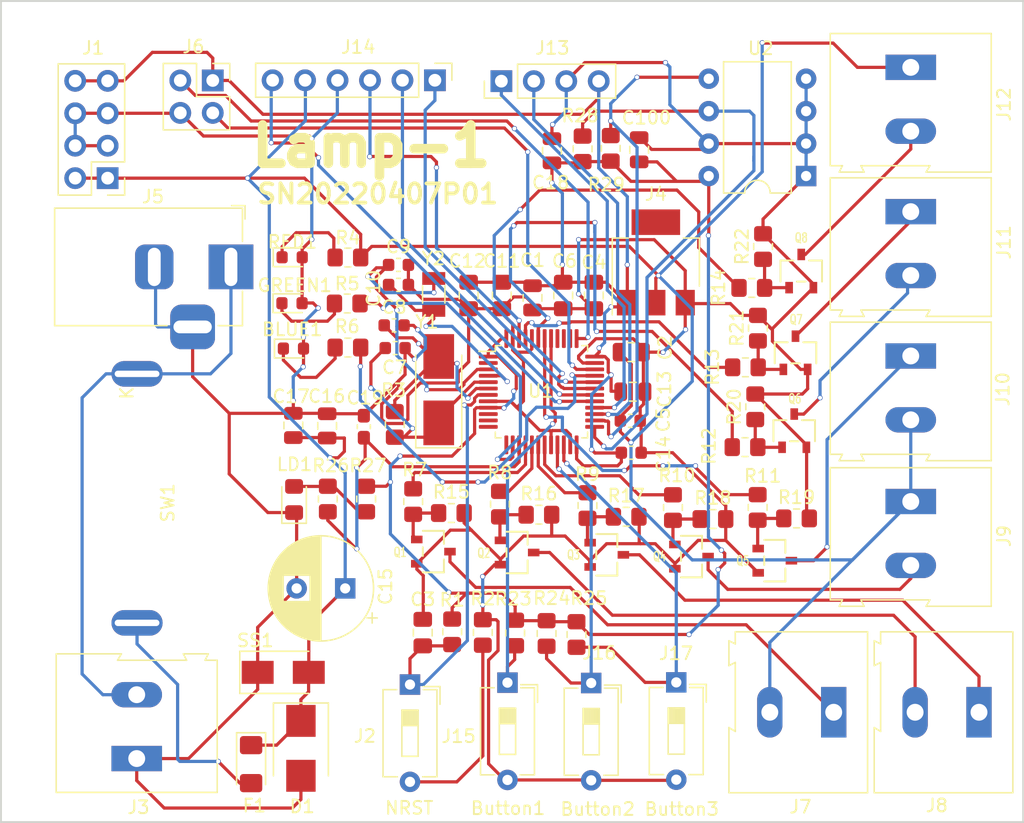
<source format=kicad_pcb>
(kicad_pcb (version 20171130) (host pcbnew "(5.1.10)-1")
  (layers (0 F.Cu signal) (31 B.Cu signal) (34 B.Paste user) (35 F.Paste user) (36 B.SilkS user) (37 F.SilkS user) (38 B.Mask user) (39 F.Mask user) (44 Edge.Cuts user))
  (net 0 "")
  (net 1 GND)
  (net 2 "Net-(BLUE1-Pad1)")
  (net 3 /+3.3)
  (net 4 /NRST)
  (net 5 "Net-(C7-Pad1)")
  (net 6 "Net-(C8-Pad1)")
  (net 7 "Net-(C9-Pad1)")
  (net 8 "Net-(C10-Pad1)")
  (net 9 /LIGHT)
  (net 10 "Net-(F1-Pad2)")
  (net 11 "Net-(GREEN1-Pad1)")
  (net 12 "Net-(J2-Pad2)")
  (net 13 "Net-(J3-Pad2)")
  (net 14 /SWCLK)
  (net 15 /SWDIO)
  (net 16 /LED1_R)
  (net 17 /LED1_G)
  (net 18 /LED1_B)
  (net 19 /LED1_W)
  (net 20 /LED2_R)
  (net 21 /LED2_G)
  (net 22 /LED2_B)
  (net 23 /LED2_W)
  (net 24 /SCL_OLED)
  (net 25 /SDA_OLED)
  (net 26 /BT_EN)
  (net 27 /BT_TXD)
  (net 28 /BT_RXD)
  (net 29 /BT_STATE)
  (net 30 /SW_1)
  (net 31 /SW_2)
  (net 32 /SW_3)
  (net 33 "Net-(LD1-Pad2)")
  (net 34 "Net-(Q1-Pad1)")
  (net 35 "Net-(Q2-Pad1)")
  (net 36 "Net-(Q3-Pad1)")
  (net 37 "Net-(Q4-Pad1)")
  (net 38 "Net-(Q5-Pad1)")
  (net 39 "Net-(Q6-Pad1)")
  (net 40 "Net-(Q7-Pad1)")
  (net 41 "Net-(Q8-Pad1)")
  (net 42 "Net-(R4-Pad2)")
  (net 43 /LED0)
  (net 44 /LED1)
  (net 45 /T3_R)
  (net 46 /T3_G)
  (net 47 /T3_B)
  (net 48 /T3_W)
  (net 49 /T4_R)
  (net 50 /T4_G)
  (net 51 /T4_B)
  (net 52 /T4_W)
  (net 53 /IIC_SCL)
  (net 54 /IIC_SDA)
  (net 55 "Net-(U1-Pad40)")
  (net 56 "Net-(U1-Pad39)")
  (net 57 "Net-(U1-Pad38)")
  (net 58 /WIFI_TX)
  (net 59 /WIFI_RX)
  (net 60 /WIFI_EN)
  (net 61 /WIFI_RST)
  (net 62 "Net-(U1-Pad2)")
  (net 63 /+5v)
  (module Capacitor_SMD:C_0603_1608Metric (layer F.Cu) (at 126.111 27.2288)
    (fp_text reference C10 (at -1.9558 0.2667 90) (layer F.SilkS))
    (fp_text value 10PF)
    (pad 2 smd roundrect (at 0.775 0) (size 0.9 0.95) (layers F.Cu F.Paste F.Mask) (net 1 GND))
    (pad 1 smd roundrect (at -0.775 0) (size 0.9 0.95) (layers F.Cu F.Paste F.Mask) (net 8 "Net-(C10-Pad1)"))
  )
  (module Capacitor_SMD:C_0603_1608Metric (layer F.Cu) (at 126.1107 25.6667)
    (fp_text reference C9 (at 0 -1.43) (layer F.SilkS))
    (fp_text value 10PF)
    (pad 2 smd roundrect (at 0.775 0) (size 0.9 0.95) (layers F.Cu F.Paste F.Mask) (net 1 GND))
    (pad 1 smd roundrect (at -0.775 0) (size 0.9 0.95) (layers F.Cu F.Paste F.Mask) (net 7 "Net-(C9-Pad1)"))
  )
  (module Capacitor_SMD:C_0603_1608Metric (layer F.Cu) (at 125.7681 30.4038)
    (fp_text reference C8 (at 0 -1.43) (layer F.SilkS))
    (fp_text value 22PF)
    (pad 2 smd roundrect (at 0.775 0) (size 0.9 0.95) (layers F.Cu F.Paste F.Mask) (net 1 GND))
    (pad 1 smd roundrect (at -0.775 0) (size 0.9 0.95) (layers F.Cu F.Paste F.Mask) (net 6 "Net-(C8-Pad1)"))
  )
  (module Capacitor_SMD:C_0603_1608Metric (layer F.Cu) (at 125.849999 32.18)
    (fp_text reference C7 (at -0.043799 1.5131) (layer F.SilkS))
    (fp_text value 22PF)
    (pad 2 smd roundrect (at 0.775 0) (size 0.9 0.95) (layers F.Cu F.Paste F.Mask) (net 1 GND))
    (pad 1 smd roundrect (at -0.775 0) (size 0.9 0.95) (layers F.Cu F.Paste F.Mask) (net 5 "Net-(C7-Pad1)"))
  )
  (module Capacitor_SMD:C_0805_2012Metric (layer F.Cu) (at 144.944 16.651001 90)
    (fp_text reference C100 (at 2.500001 0.575 180) (layer F.SilkS))
    (fp_text value 104)
    (pad 2 smd roundrect (at 0.95 0 90) (size 1 1.45) (layers F.Cu F.Paste F.Mask) (net 1 GND))
    (pad 1 smd roundrect (at -0.95 0 90) (size 1 1.45) (layers F.Cu F.Paste F.Mask) (net 3 /+3.3))
  )
  (module Resistor_SMD:R_0805_2012Metric_Pad1.20x1.40mm_HandSolder (layer F.Cu) (at 140.52 16.58 270)
    (fp_text reference R28 (at -2.6 0.2 180) (layer F.SilkS))
    (fp_text value 4.7K)
    (pad 2 smd roundrect (at 1 0 270) (size 1.2 1.4) (layers F.Cu F.Paste F.Mask) (roundrect_rratio 0.2083325) (net 3 /+3.3))
    (pad 1 smd roundrect (at -1 0 270) (size 1.2 1.4) (layers F.Cu F.Paste F.Mask) (roundrect_rratio 0.2083325) (net 53 /IIC_SCL))
  )
  (module Diode_SMD:D_SMB (layer F.Cu) (at 118.475 63.525 270)
    (fp_text reference D1 (at 4.55 -0.1 180) (layer F.SilkS))
    (fp_text value P6SMB6.8CA)
    (pad 2 smd rect (at 2.15 0 270) (size 2.5 2.3) (layers F.Cu F.Paste F.Mask) (net 1 GND))
    (pad 1 smd rect (at -2.15 0 270) (size 2.5 2.3) (layers F.Cu F.Paste F.Mask) (net 63 /+5v))
  )
  (module Connector_PinHeader_2.54mm:PinHeader_2x04_P2.54mm_Vertical (layer F.Cu) (at 103.35 18.875 180)
    (fp_text reference J1 (at 1.13 10.2) (layer F.SilkS))
    (fp_text value MHDR2X4)
    (pad 8 thru_hole oval (at 2.54 7.62 180) (size 1.7 1.7) (drill 1) (layers *.Cu *.Mask) (net 3 /+3.3))
    (pad 7 thru_hole oval (at 0 7.62 180) (size 1.7 1.7) (drill 1) (layers *.Cu *.Mask) (net 3 /+3.3))
    (pad 6 thru_hole oval (at 2.54 5.08 180) (size 1.7 1.7) (drill 1) (layers *.Cu *.Mask) (net 1 GND))
    (pad 5 thru_hole oval (at 0 5.08 180) (size 1.7 1.7) (drill 1) (layers *.Cu *.Mask) (net 1 GND))
    (pad 4 thru_hole oval (at 2.54 2.54 180) (size 1.7 1.7) (drill 1) (layers *.Cu *.Mask) (net 1 GND))
    (pad 3 thru_hole oval (at 0 2.54 180) (size 1.7 1.7) (drill 1) (layers *.Cu *.Mask) (net 1 GND))
    (pad 2 thru_hole oval (at 2.54 0 180) (size 1.7 1.7) (drill 1) (layers *.Cu *.Mask) (net 63 /+5v))
    (pad 1 thru_hole rect (at 0 0 180) (size 1.7 1.7) (drill 1) (layers *.Cu *.Mask) (net 63 /+5v))
  )
  (module Diode_SMD:D_0805_2012Metric_Pad1.15x1.40mm_HandSolder (layer F.Cu) (at 117.94 44.04 90)
    (fp_text reference LD1 (at 2.75 0.03 180) (layer F.SilkS))
    (fp_text value LES)
    (pad 2 smd roundrect (at 1.025 0 90) (size 1.15 1.4) (layers F.Cu F.Paste F.Mask) (roundrect_rratio 0.2173904347826087) (net 33 "Net-(LD1-Pad2)"))
    (pad 1 smd roundrect (at -1.025 0 90) (size 1.15 1.4) (layers F.Cu F.Paste F.Mask) (roundrect_rratio 0.2173904347826087) (net 1 GND))
  )
  (module Diode_SMD:D_1206_3216Metric_Pad1.42x1.75mm_HandSolder (layer F.Cu) (at 114.575 64.7625 270)
    (fp_text reference F1 (at 3.25 -0.25 180) (layer F.SilkS))
    (fp_text value Fuse)
    (pad 2 smd roundrect (at 1.4875 0 270) (size 1.425 1.75) (layers F.Cu F.Paste F.Mask) (roundrect_rratio 0.1754385964912281) (net 10 "Net-(F1-Pad2)"))
    (pad 1 smd roundrect (at -1.4875 0 270) (size 1.425 1.75) (layers F.Cu F.Paste F.Mask) (roundrect_rratio 0.1754385964912281) (net 63 /+5v))
  )
  (module 0Engrid:DIP-8_AT24C08 (layer F.Cu) (at 158.01 18.71 180)
    (fp_text reference U2 (at 3.55 10) (layer F.SilkS))
    (fp_text value AT24C08)
    (pad 8 thru_hole oval (at 7.62 0 180) (size 1.6 1.6) (drill 0.8) (layers *.Cu *.Mask) (net 3 /+3.3))
    (pad 4 thru_hole oval (at 0 7.62 180) (size 1.6 1.6) (drill 0.8) (layers *.Cu *.Mask) (net 1 GND))
    (pad 7 thru_hole oval (at 7.62 2.54 180) (size 1.6 1.6) (drill 0.8) (layers *.Cu *.Mask) (net 1 GND))
    (pad 3 thru_hole oval (at 0 5.08 180) (size 1.6 1.6) (drill 0.8) (layers *.Cu *.Mask) (net 1 GND))
    (pad 6 thru_hole oval (at 7.62 5.08 180) (size 1.6 1.6) (drill 0.8) (layers *.Cu *.Mask) (net 53 /IIC_SCL))
    (pad 2 thru_hole oval (at 0 2.54 180) (size 1.6 1.6) (drill 0.8) (layers *.Cu *.Mask) (net 1 GND))
    (pad 5 thru_hole oval (at 7.62 7.62 180) (size 1.6 1.6) (drill 0.8) (layers *.Cu *.Mask) (net 54 /IIC_SDA))
    (pad 1 thru_hole rect (at 0 0 180) (size 1.6 1.6) (drill 0.8) (layers *.Cu *.Mask) (net 1 GND))
  )
  (module 0Engrid:470uF_Cap (layer F.Cu) (at 121.94 51 180)
    (fp_text reference C15 (at -3.15 0.15 90) (layer F.SilkS))
    (fp_text value 470uF)
    (pad 2 thru_hole circle (at 3.8 0 180) (size 1.6 1.6) (drill 0.8) (layers *.Cu *.Mask) (net 1 GND))
    (pad 1 thru_hole rect (at 0 0 180) (size 1.6 1.6) (drill 0.8) (layers *.Cu *.Mask) (net 63 /+5v))
  )
  (module Crystal:Crystal_SMD_5032-2Pin_5.0x3.2mm_HandSoldering (layer F.Cu) (at 129.26 35.44 90)
    (fp_text reference Y1 (at 5.31 -0.92 180) (layer F.SilkS))
    (fp_text value 8M)
    (pad 2 smd rect (at 2.6 0 90) (size 3.5 2.4) (layers F.Cu F.Paste F.Mask) (net 6 "Net-(C8-Pad1)"))
    (pad 1 smd rect (at -2.6 0 90) (size 3.5 2.4) (layers F.Cu F.Paste F.Mask) (net 5 "Net-(C7-Pad1)"))
  )
  (module Crystal:Crystal_SMD_3215-2Pin_3.2x1.5mm (layer F.Cu) (at 128.87 27.98 90)
    (fp_text reference Y2 (at 2.81 -0.02 180) (layer F.SilkS))
    (fp_text value 32.768KHz)
    (pad 2 smd rect (at -1.25 0 90) (size 1 1.8) (layers F.Cu F.Paste F.Mask) (net 8 "Net-(C10-Pad1)"))
    (pad 1 smd rect (at 1.25 0 90) (size 1 1.8) (layers F.Cu F.Paste F.Mask) (net 7 "Net-(C9-Pad1)"))
  )
  (module Resistor_SMD:R_0805_2012Metric_Pad1.20x1.40mm_HandSolder (layer F.Cu) (at 142.72 16.5425 270)
    (fp_text reference R29 (at 2.8375 0.35 180) (layer F.SilkS))
    (fp_text value 4.7K)
    (pad 2 smd roundrect (at 1 0 270) (size 1.2 1.4) (layers F.Cu F.Paste F.Mask) (roundrect_rratio 0.2083325) (net 3 /+3.3))
    (pad 1 smd roundrect (at -1 0 270) (size 1.2 1.4) (layers F.Cu F.Paste F.Mask) (roundrect_rratio 0.2083325) (net 54 /IIC_SDA))
  )
  (module Resistor_SMD:R_0805_2012Metric_Pad1.20x1.40mm_HandSolder (layer F.Cu) (at 123.58 44 90)
    (fp_text reference R27 (at 2.62 0.14 180) (layer F.SilkS))
    (fp_text value 47K)
    (pad 2 smd roundrect (at 1 0 90) (size 1.2 1.4) (layers F.Cu F.Paste F.Mask) (roundrect_rratio 0.2083325) (net 3 /+3.3))
    (pad 1 smd roundrect (at -1 0 90) (size 1.2 1.4) (layers F.Cu F.Paste F.Mask) (roundrect_rratio 0.2083325) (net 33 "Net-(LD1-Pad2)"))
  )
  (module Resistor_SMD:R_0805_2012Metric_Pad1.20x1.40mm_HandSolder (layer F.Cu) (at 120.58 44 90)
    (fp_text reference R26 (at 2.62 0.24 180) (layer F.SilkS))
    (fp_text value 1K)
    (pad 2 smd roundrect (at 1 0 90) (size 1.2 1.4) (layers F.Cu F.Paste F.Mask) (roundrect_rratio 0.2083325) (net 33 "Net-(LD1-Pad2)"))
    (pad 1 smd roundrect (at -1 0 90) (size 1.2 1.4) (layers F.Cu F.Paste F.Mask) (roundrect_rratio 0.2083325) (net 9 /LIGHT))
  )
  (module Resistor_SMD:R_0805_2012Metric_Pad1.20x1.40mm_HandSolder (layer F.Cu) (at 140.04 54.61 270)
    (fp_text reference R25 (at -2.84 -0.97 180) (layer F.SilkS))
    (fp_text value 4.7K)
    (pad 2 smd roundrect (at 1 0 270) (size 1.2 1.4) (layers F.Cu F.Paste F.Mask) (roundrect_rratio 0.2083325) (net 32 /SW_3))
    (pad 1 smd roundrect (at -1 0 270) (size 1.2 1.4) (layers F.Cu F.Paste F.Mask) (roundrect_rratio 0.2083325) (net 3 /+3.3))
  )
  (module Resistor_SMD:R_0805_2012Metric_Pad1.20x1.40mm_HandSolder (layer F.Cu) (at 137.7 54.53 270)
    (fp_text reference R24 (at -2.76 -0.41 180) (layer F.SilkS))
    (fp_text value 4.7K)
    (pad 2 smd roundrect (at 1 0 270) (size 1.2 1.4) (layers F.Cu F.Paste F.Mask) (roundrect_rratio 0.2083325) (net 31 /SW_2))
    (pad 1 smd roundrect (at -1 0 270) (size 1.2 1.4) (layers F.Cu F.Paste F.Mask) (roundrect_rratio 0.2083325) (net 3 /+3.3))
  )
  (module Resistor_SMD:R_0805_2012Metric_Pad1.20x1.40mm_HandSolder (layer F.Cu) (at 135.24 54.49 270)
    (fp_text reference R23 (at -2.68 0.15 180) (layer F.SilkS))
    (fp_text value 4.7K)
    (pad 2 smd roundrect (at 1 0 270) (size 1.2 1.4) (layers F.Cu F.Paste F.Mask) (roundrect_rratio 0.2083325) (net 30 /SW_1))
    (pad 1 smd roundrect (at -1 0 270) (size 1.2 1.4) (layers F.Cu F.Paste F.Mask) (roundrect_rratio 0.2083325) (net 3 /+3.3))
  )
  (module Resistor_SMD:R_0805_2012Metric_Pad1.20x1.40mm_HandSolder (layer F.Cu) (at 154.64 24.23 90)
    (fp_text reference R22 (at 0 -1.65 90) (layer F.SilkS))
    (fp_text value 10K)
    (pad 2 smd roundrect (at 1 0 90) (size 1.2 1.4) (layers F.Cu F.Paste F.Mask) (roundrect_rratio 0.2083325) (net 1 GND))
    (pad 1 smd roundrect (at -1 0 90) (size 1.2 1.4) (layers F.Cu F.Paste F.Mask) (roundrect_rratio 0.2083325) (net 41 "Net-(Q8-Pad1)"))
  )
  (module Resistor_SMD:R_0805_2012Metric_Pad1.20x1.40mm_HandSolder (layer F.Cu) (at 154.24 30.62 90)
    (fp_text reference R21 (at 0 -1.65 90) (layer F.SilkS))
    (fp_text value 10K)
    (pad 2 smd roundrect (at 1 0 90) (size 1.2 1.4) (layers F.Cu F.Paste F.Mask) (roundrect_rratio 0.2083325) (net 1 GND))
    (pad 1 smd roundrect (at -1 0 90) (size 1.2 1.4) (layers F.Cu F.Paste F.Mask) (roundrect_rratio 0.2083325) (net 40 "Net-(Q7-Pad1)"))
  )
  (module Resistor_SMD:R_0805_2012Metric_Pad1.20x1.40mm_HandSolder (layer F.Cu) (at 154.03 36.78 90)
    (fp_text reference R20 (at 0 -1.65 90) (layer F.SilkS))
    (fp_text value 10K)
    (pad 2 smd roundrect (at 1 0 90) (size 1.2 1.4) (layers F.Cu F.Paste F.Mask) (roundrect_rratio 0.2083325) (net 1 GND))
    (pad 1 smd roundrect (at -1 0 90) (size 1.2 1.4) (layers F.Cu F.Paste F.Mask) (roundrect_rratio 0.2083325) (net 39 "Net-(Q6-Pad1)"))
  )
  (module Resistor_SMD:R_0805_2012Metric_Pad1.20x1.40mm_HandSolder (layer F.Cu) (at 157.26 45.52)
    (fp_text reference R19 (at 0 -1.65) (layer F.SilkS))
    (fp_text value 10K)
    (pad 2 smd roundrect (at 1 0) (size 1.2 1.4) (layers F.Cu F.Paste F.Mask) (roundrect_rratio 0.2083325) (net 1 GND))
    (pad 1 smd roundrect (at -1 0) (size 1.2 1.4) (layers F.Cu F.Paste F.Mask) (roundrect_rratio 0.2083325) (net 38 "Net-(Q5-Pad1)"))
  )
  (module Resistor_SMD:R_0805_2012Metric_Pad1.20x1.40mm_HandSolder (layer F.Cu) (at 150.72 45.57)
    (fp_text reference R18 (at 0 -1.65) (layer F.SilkS))
    (fp_text value 10K)
    (pad 2 smd roundrect (at 1 0) (size 1.2 1.4) (layers F.Cu F.Paste F.Mask) (roundrect_rratio 0.2083325) (net 1 GND))
    (pad 1 smd roundrect (at -1 0) (size 1.2 1.4) (layers F.Cu F.Paste F.Mask) (roundrect_rratio 0.2083325) (net 37 "Net-(Q4-Pad1)"))
  )
  (module Resistor_SMD:R_0805_2012Metric_Pad1.20x1.40mm_HandSolder (layer F.Cu) (at 143.93 45.39)
    (fp_text reference R17 (at 0 -1.65) (layer F.SilkS))
    (fp_text value 10K)
    (pad 2 smd roundrect (at 1 0) (size 1.2 1.4) (layers F.Cu F.Paste F.Mask) (roundrect_rratio 0.2083325) (net 1 GND))
    (pad 1 smd roundrect (at -1 0) (size 1.2 1.4) (layers F.Cu F.Paste F.Mask) (roundrect_rratio 0.2083325) (net 36 "Net-(Q3-Pad1)"))
  )
  (module Resistor_SMD:R_0805_2012Metric_Pad1.20x1.40mm_HandSolder (layer F.Cu) (at 137.1 45.23)
    (fp_text reference R16 (at 0 -1.65) (layer F.SilkS))
    (fp_text value 10K)
    (pad 2 smd roundrect (at 1 0) (size 1.2 1.4) (layers F.Cu F.Paste F.Mask) (roundrect_rratio 0.2083325) (net 1 GND))
    (pad 1 smd roundrect (at -1 0) (size 1.2 1.4) (layers F.Cu F.Paste F.Mask) (roundrect_rratio 0.2083325) (net 35 "Net-(Q2-Pad1)"))
  )
  (module Resistor_SMD:R_0805_2012Metric_Pad1.20x1.40mm_HandSolder (layer F.Cu) (at 130.25 45.1)
    (fp_text reference R15 (at 0 -1.65) (layer F.SilkS))
    (fp_text value 10K)
    (pad 2 smd roundrect (at 1 0) (size 1.2 1.4) (layers F.Cu F.Paste F.Mask) (roundrect_rratio 0.2083325) (net 1 GND))
    (pad 1 smd roundrect (at -1 0) (size 1.2 1.4) (layers F.Cu F.Paste F.Mask) (roundrect_rratio 0.2083325) (net 34 "Net-(Q1-Pad1)"))
  )
  (module Resistor_SMD:R_0805_2012Metric_Pad1.20x1.40mm_HandSolder (layer F.Cu) (at 153.76 27.47)
    (fp_text reference R14 (at -2.61 -0.03 90) (layer F.SilkS))
    (fp_text value 150)
    (pad 2 smd roundrect (at 1 0) (size 1.2 1.4) (layers F.Cu F.Paste F.Mask) (roundrect_rratio 0.2083325) (net 41 "Net-(Q8-Pad1)"))
    (pad 1 smd roundrect (at -1 0) (size 1.2 1.4) (layers F.Cu F.Paste F.Mask) (roundrect_rratio 0.2083325) (net 52 /T4_W))
  )
  (module Resistor_SMD:R_0805_2012Metric_Pad1.20x1.40mm_HandSolder (layer F.Cu) (at 153.26 33.69)
    (fp_text reference R13 (at -2.5875 -0.02 90) (layer F.SilkS))
    (fp_text value 150)
    (pad 2 smd roundrect (at 1 0) (size 1.2 1.4) (layers F.Cu F.Paste F.Mask) (roundrect_rratio 0.2083325) (net 40 "Net-(Q7-Pad1)"))
    (pad 1 smd roundrect (at -1 0) (size 1.2 1.4) (layers F.Cu F.Paste F.Mask) (roundrect_rratio 0.2083325) (net 51 /T4_B))
  )
  (module Resistor_SMD:R_0805_2012Metric_Pad1.20x1.40mm_HandSolder (layer F.Cu) (at 153.23 39.94)
    (fp_text reference R12 (at -2.8275 -0.080001 90) (layer F.SilkS))
    (fp_text value 150)
    (pad 2 smd roundrect (at 1 0) (size 1.2 1.4) (layers F.Cu F.Paste F.Mask) (roundrect_rratio 0.2083325) (net 39 "Net-(Q6-Pad1)"))
    (pad 1 smd roundrect (at -1 0) (size 1.2 1.4) (layers F.Cu F.Paste F.Mask) (roundrect_rratio 0.2083325) (net 50 /T4_G))
  )
  (module Resistor_SMD:R_0805_2012Metric_Pad1.20x1.40mm_HandSolder (layer F.Cu) (at 154.22 44.66 270)
    (fp_text reference R11 (at -2.4675 -0.39 180) (layer F.SilkS))
    (fp_text value 150)
    (pad 2 smd roundrect (at 1 0 270) (size 1.2 1.4) (layers F.Cu F.Paste F.Mask) (roundrect_rratio 0.2083325) (net 38 "Net-(Q5-Pad1)"))
    (pad 1 smd roundrect (at -1 0 270) (size 1.2 1.4) (layers F.Cu F.Paste F.Mask) (roundrect_rratio 0.2083325) (net 49 /T4_R))
  )
  (module Resistor_SMD:R_0805_2012Metric_Pad1.20x1.40mm_HandSolder (layer F.Cu) (at 147.59 44.67 270)
    (fp_text reference R10 (at -2.51 -0.31 180) (layer F.SilkS))
    (fp_text value 150)
    (pad 2 smd roundrect (at 1 0 270) (size 1.2 1.4) (layers F.Cu F.Paste F.Mask) (roundrect_rratio 0.2083325) (net 37 "Net-(Q4-Pad1)"))
    (pad 1 smd roundrect (at -1 0 270) (size 1.2 1.4) (layers F.Cu F.Paste F.Mask) (roundrect_rratio 0.2083325) (net 48 /T3_W))
  )
  (module Resistor_SMD:R_0805_2012Metric_Pad1.20x1.40mm_HandSolder (layer F.Cu) (at 140.9 44.51 270)
    (fp_text reference R9 (at -2.4475 0.01 180) (layer F.SilkS))
    (fp_text value 150)
    (pad 2 smd roundrect (at 1 0 270) (size 1.2 1.4) (layers F.Cu F.Paste F.Mask) (roundrect_rratio 0.2083325) (net 36 "Net-(Q3-Pad1)"))
    (pad 1 smd roundrect (at -1 0 270) (size 1.2 1.4) (layers F.Cu F.Paste F.Mask) (roundrect_rratio 0.2083325) (net 47 /T3_B))
  )
  (module Resistor_SMD:R_0805_2012Metric_Pad1.20x1.40mm_HandSolder (layer F.Cu) (at 134.05 44.4 270)
    (fp_text reference R8 (at -2.47 0.01 180) (layer F.SilkS))
    (fp_text value 150)
    (pad 2 smd roundrect (at 1 0 270) (size 1.2 1.4) (layers F.Cu F.Paste F.Mask) (roundrect_rratio 0.2083325) (net 35 "Net-(Q2-Pad1)"))
    (pad 1 smd roundrect (at -1 0 270) (size 1.2 1.4) (layers F.Cu F.Paste F.Mask) (roundrect_rratio 0.2083325) (net 46 /T3_G))
  )
  (module Resistor_SMD:R_0805_2012Metric_Pad1.20x1.40mm_HandSolder (layer F.Cu) (at 127.26 44.2 270)
    (fp_text reference R7 (at -2.4975 -0.12 180) (layer F.SilkS))
    (fp_text value 150)
    (pad 2 smd roundrect (at 1 0 270) (size 1.2 1.4) (layers F.Cu F.Paste F.Mask) (roundrect_rratio 0.2083325) (net 34 "Net-(Q1-Pad1)"))
    (pad 1 smd roundrect (at -1 0 270) (size 1.2 1.4) (layers F.Cu F.Paste F.Mask) (roundrect_rratio 0.2083325) (net 45 /T3_R))
  )
  (module Resistor_SMD:R_0805_2012Metric_Pad1.20x1.40mm_HandSolder (layer F.Cu) (at 122.15 32.14 180)
    (fp_text reference R6 (at 0.05 1.65) (layer F.SilkS))
    (fp_text value 430)
    (pad 2 smd roundrect (at 1 0 180) (size 1.2 1.4) (layers F.Cu F.Paste F.Mask) (roundrect_rratio 0.2083325) (net 2 "Net-(BLUE1-Pad1)"))
    (pad 1 smd roundrect (at -1 0 180) (size 1.2 1.4) (layers F.Cu F.Paste F.Mask) (roundrect_rratio 0.2083325) (net 44 /LED1))
  )
  (module Resistor_SMD:R_0805_2012Metric_Pad1.20x1.40mm_HandSolder (layer F.Cu) (at 122.1 28.69 180)
    (fp_text reference R5 (at 0 1.55) (layer F.SilkS))
    (fp_text value 430)
    (pad 2 smd roundrect (at 1 0 180) (size 1.2 1.4) (layers F.Cu F.Paste F.Mask) (roundrect_rratio 0.2083325) (net 11 "Net-(GREEN1-Pad1)"))
    (pad 1 smd roundrect (at -1 0 180) (size 1.2 1.4) (layers F.Cu F.Paste F.Mask) (roundrect_rratio 0.2083325) (net 43 /LED0))
  )
  (module Resistor_SMD:R_0805_2012Metric_Pad1.20x1.40mm_HandSolder (layer F.Cu) (at 122.15 25.09 180)
    (fp_text reference R4 (at 0 1.55) (layer F.SilkS))
    (fp_text value 1K)
    (pad 2 smd roundrect (at 1 0 180) (size 1.2 1.4) (layers F.Cu F.Paste F.Mask) (roundrect_rratio 0.2083325) (net 42 "Net-(R4-Pad2)"))
    (pad 1 smd roundrect (at -1 0 180) (size 1.2 1.4) (layers F.Cu F.Paste F.Mask) (roundrect_rratio 0.2083325) (net 63 /+5v))
  )
  (module Resistor_SMD:R_0805_2012Metric_Pad1.20x1.40mm_HandSolder (layer F.Cu) (at 125.82 38.16 90)
    (fp_text reference R3 (at 2.67 -0.09 180) (layer F.SilkS))
    (fp_text value 1M)
    (pad 2 smd roundrect (at 1 0 90) (size 1.2 1.4) (layers F.Cu F.Paste F.Mask) (roundrect_rratio 0.2083325) (net 6 "Net-(C8-Pad1)"))
    (pad 1 smd roundrect (at -1 0 90) (size 1.2 1.4) (layers F.Cu F.Paste F.Mask) (roundrect_rratio 0.2083325) (net 5 "Net-(C7-Pad1)"))
  )
  (module 0Engrid:Kan-90 (layer F.Cu) (at 105.65 34.2 270)
    (fp_text reference SW1 (at 10.1 -2.4 90) (layer F.SilkS))
    (fp_text value SW_DPST_x2)
    (fp_text user K (at 1.5 0.8 90) (layer F.SilkS))
    (pad 2 thru_hole oval (at 19.5 0 270) (size 2 4) (drill oval 0.5 3.5) (layers *.Cu *.Mask) (net 10 "Net-(F1-Pad2)"))
    (pad 1 thru_hole oval (at 0 0 270) (size 2 4) (drill oval 0.5 3.5) (layers *.Cu *.Mask) (net 13 "Net-(J3-Pad2)"))
  )
  (module Package_QFP:LQFP-48_7x7mm_P0.5mm (layer F.Cu) (at 137.3 35.6)
    (fp_text reference U1 (at -0.05 -0.05) (layer F.SilkS))
    (fp_text value STM32F103C8T6)
    (pad 48 smd roundrect (at -2.75 -4.1625) (size 0.3 1.475) (layers F.Cu F.Paste F.Mask) (net 3 /+3.3))
    (pad 47 smd roundrect (at -2.25 -4.1625) (size 0.3 1.475) (layers F.Cu F.Paste F.Mask) (net 1 GND))
    (pad 46 smd roundrect (at -1.75 -4.1625) (size 0.3 1.475) (layers F.Cu F.Paste F.Mask) (net 52 /T4_W))
    (pad 45 smd roundrect (at -1.25 -4.1625) (size 0.3 1.475) (layers F.Cu F.Paste F.Mask) (net 51 /T4_B))
    (pad 44 smd roundrect (at -0.75 -4.1625) (size 0.3 1.475) (layers F.Cu F.Paste F.Mask) (net 1 GND))
    (pad 43 smd roundrect (at -0.25 -4.1625) (size 0.3 1.475) (layers F.Cu F.Paste F.Mask) (net 50 /T4_G))
    (pad 42 smd roundrect (at 0.25 -4.1625) (size 0.3 1.475) (layers F.Cu F.Paste F.Mask) (net 49 /T4_R))
    (pad 41 smd roundrect (at 0.75 -4.1625) (size 0.3 1.475) (layers F.Cu F.Paste F.Mask) (net 30 /SW_1))
    (pad 40 smd roundrect (at 1.25 -4.1625) (size 0.3 1.475) (layers F.Cu F.Paste F.Mask) (net 55 "Net-(U1-Pad40)"))
    (pad 39 smd roundrect (at 1.75 -4.1625) (size 0.3 1.475) (layers F.Cu F.Paste F.Mask) (net 56 "Net-(U1-Pad39)"))
    (pad 38 smd roundrect (at 2.25 -4.1625) (size 0.3 1.475) (layers F.Cu F.Paste F.Mask) (net 57 "Net-(U1-Pad38)"))
    (pad 37 smd roundrect (at 2.75 -4.1625) (size 0.3 1.475) (layers F.Cu F.Paste F.Mask) (net 14 /SWCLK))
    (pad 36 smd roundrect (at 4.1625 -2.75) (size 1.475 0.3) (layers F.Cu F.Paste F.Mask) (net 3 /+3.3))
    (pad 35 smd roundrect (at 4.1625 -2.25) (size 1.475 0.3) (layers F.Cu F.Paste F.Mask) (net 1 GND))
    (pad 34 smd roundrect (at 4.1625 -1.75) (size 1.475 0.3) (layers F.Cu F.Paste F.Mask) (net 15 /SWDIO))
    (pad 33 smd roundrect (at 4.1625 -1.25) (size 1.475 0.3) (layers F.Cu F.Paste F.Mask) (net 44 /LED1))
    (pad 32 smd roundrect (at 4.1625 -0.75) (size 1.475 0.3) (layers F.Cu F.Paste F.Mask) (net 29 /BT_STATE))
    (pad 31 smd roundrect (at 4.1625 -0.25) (size 1.475 0.3) (layers F.Cu F.Paste F.Mask) (net 27 /BT_TXD))
    (pad 30 smd roundrect (at 4.1625 0.25) (size 1.475 0.3) (layers F.Cu F.Paste F.Mask) (net 28 /BT_RXD))
    (pad 29 smd roundrect (at 4.1625 0.75) (size 1.475 0.3) (layers F.Cu F.Paste F.Mask) (net 26 /BT_EN))
    (pad 28 smd roundrect (at 4.1625 1.25) (size 1.475 0.3) (layers F.Cu F.Paste F.Mask) (net 25 /SDA_OLED))
    (pad 27 smd roundrect (at 4.1625 1.75) (size 1.475 0.3) (layers F.Cu F.Paste F.Mask) (net 24 /SCL_OLED))
    (pad 26 smd roundrect (at 4.1625 2.25) (size 1.475 0.3) (layers F.Cu F.Paste F.Mask) (net 54 /IIC_SDA))
    (pad 25 smd roundrect (at 4.1625 2.75) (size 1.475 0.3) (layers F.Cu F.Paste F.Mask) (net 53 /IIC_SCL))
    (pad 24 smd roundrect (at 2.75 4.1625) (size 0.3 1.475) (layers F.Cu F.Paste F.Mask) (net 3 /+3.3))
    (pad 23 smd roundrect (at 2.25 4.1625) (size 0.3 1.475) (layers F.Cu F.Paste F.Mask) (net 1 GND))
    (pad 22 smd roundrect (at 1.75 4.1625) (size 0.3 1.475) (layers F.Cu F.Paste F.Mask) (net 32 /SW_3))
    (pad 21 smd roundrect (at 1.25 4.1625) (size 0.3 1.475) (layers F.Cu F.Paste F.Mask) (net 31 /SW_2))
    (pad 20 smd roundrect (at 0.75 4.1625) (size 0.3 1.475) (layers F.Cu F.Paste F.Mask) (net 1 GND))
    (pad 19 smd roundrect (at 0.25 4.1625) (size 0.3 1.475) (layers F.Cu F.Paste F.Mask) (net 48 /T3_W))
    (pad 18 smd roundrect (at -0.25 4.1625) (size 0.3 1.475) (layers F.Cu F.Paste F.Mask) (net 47 /T3_B))
    (pad 17 smd roundrect (at -0.75 4.1625) (size 0.3 1.475) (layers F.Cu F.Paste F.Mask) (net 46 /T3_G))
    (pad 16 smd roundrect (at -1.25 4.1625) (size 0.3 1.475) (layers F.Cu F.Paste F.Mask) (net 45 /T3_R))
    (pad 15 smd roundrect (at -1.75 4.1625) (size 0.3 1.475) (layers F.Cu F.Paste F.Mask) (net 9 /LIGHT))
    (pad 14 smd roundrect (at -2.25 4.1625) (size 0.3 1.475) (layers F.Cu F.Paste F.Mask) (net 43 /LED0))
    (pad 13 smd roundrect (at -2.75 4.1625) (size 0.3 1.475) (layers F.Cu F.Paste F.Mask) (net 58 /WIFI_TX))
    (pad 12 smd roundrect (at -4.1625 2.75) (size 1.475 0.3) (layers F.Cu F.Paste F.Mask) (net 59 /WIFI_RX))
    (pad 11 smd roundrect (at -4.1625 2.25) (size 1.475 0.3) (layers F.Cu F.Paste F.Mask) (net 60 /WIFI_EN))
    (pad 10 smd roundrect (at -4.1625 1.75) (size 1.475 0.3) (layers F.Cu F.Paste F.Mask) (net 61 /WIFI_RST))
    (pad 9 smd roundrect (at -4.1625 1.25) (size 1.475 0.3) (layers F.Cu F.Paste F.Mask) (net 3 /+3.3))
    (pad 8 smd roundrect (at -4.1625 0.75) (size 1.475 0.3) (layers F.Cu F.Paste F.Mask) (net 1 GND))
    (pad 7 smd roundrect (at -4.1625 0.25) (size 1.475 0.3) (layers F.Cu F.Paste F.Mask) (net 4 /NRST))
    (pad 6 smd roundrect (at -4.1625 -0.25) (size 1.475 0.3) (layers F.Cu F.Paste F.Mask) (net 6 "Net-(C8-Pad1)"))
    (pad 5 smd roundrect (at -4.1625 -0.75) (size 1.475 0.3) (layers F.Cu F.Paste F.Mask) (net 5 "Net-(C7-Pad1)"))
    (pad 4 smd roundrect (at -4.1625 -1.25) (size 1.475 0.3) (layers F.Cu F.Paste F.Mask) (net 8 "Net-(C10-Pad1)"))
    (pad 3 smd roundrect (at -4.1625 -1.75) (size 1.475 0.3) (layers F.Cu F.Paste F.Mask) (net 7 "Net-(C9-Pad1)"))
    (pad 2 smd roundrect (at -4.1625 -2.25) (size 1.475 0.3) (layers F.Cu F.Paste F.Mask) (net 62 "Net-(U1-Pad2)"))
    (pad 1 smd roundrect (at -4.1625 -2.75) (size 1.475 0.3) (layers F.Cu F.Paste F.Mask) (net 3 /+3.3))
  )
  (module Diode_SMD:D_SMA (layer F.Cu) (at 117.09 57.575)
    (fp_text reference SS1 (at -2.19 -2.495 180) (layer F.SilkS))
    (fp_text value D2)
    (pad 2 smd rect (at 2 0) (size 2.5 1.8) (layers F.Cu F.Paste F.Mask) (net 63 /+5v))
    (pad 1 smd rect (at -2 0) (size 2.5 1.8) (layers F.Cu F.Paste F.Mask) (net 1 GND))
  )
  (module Diode_SMD:D_0603_1608Metric (layer F.Cu) (at 117.79 25.07)
    (fp_text reference RED1 (at 0.0125 -1.2 180) (layer F.SilkS))
    (fp_text value r)
    (pad 2 smd roundrect (at 0.7875 0) (size 0.875 0.95) (layers F.Cu F.Paste F.Mask) (net 1 GND))
    (pad 1 smd roundrect (at -0.7875 0) (size 0.875 0.95) (layers F.Cu F.Paste F.Mask) (net 42 "Net-(R4-Pad2)"))
  )
  (module Resistor_SMD:R_0805_2012Metric_Pad1.20x1.40mm_HandSolder (layer F.Cu) (at 132.71 54.45 90)
    (fp_text reference R2 (at 2.65 0 180) (layer F.SilkS))
    (fp_text value 47)
    (pad 2 smd roundrect (at 1 0 90) (size 1.2 1.4) (layers F.Cu F.Paste F.Mask) (roundrect_rratio 0.2083325) (net 1 GND))
    (pad 1 smd roundrect (at -1 0 90) (size 1.2 1.4) (layers F.Cu F.Paste F.Mask) (roundrect_rratio 0.2083325) (net 12 "Net-(J2-Pad2)"))
  )
  (module Resistor_SMD:R_0805_2012Metric_Pad1.20x1.40mm_HandSolder (layer F.Cu) (at 130.31 54.4 270)
    (fp_text reference R1 (at -2.5 0 180) (layer F.SilkS))
    (fp_text value 10K)
    (pad 2 smd roundrect (at 1 0 270) (size 1.2 1.4) (layers F.Cu F.Paste F.Mask) (roundrect_rratio 0.2083325) (net 4 /NRST))
    (pad 1 smd roundrect (at -1 0 270) (size 1.2 1.4) (layers F.Cu F.Paste F.Mask) (roundrect_rratio 0.2083325) (net 3 /+3.3))
  )
  (module 0Engrid:SOT23-3 (layer F.Cu) (at 157.63 26.149999 90)
    (fp_text reference Q8 (at 2.599999 0 180) (layer F.SilkS) (effects (font (size 0.72 0.5) (thickness 0.1))))
    (fp_text value Q_NMOS_GSD)
    (pad 1 smd rect (at -1.3 -0.95 90) (size 0.9 0.6) (layers F.Cu F.Paste F.Mask) (net 41 "Net-(Q8-Pad1)"))
    (pad 2 smd rect (at -1.3 0.95 90) (size 0.9 0.6) (layers F.Cu F.Paste F.Mask) (net 1 GND))
    (pad 3 smd rect (at 1.3 0 90) (size 0.9 0.6) (layers F.Cu F.Paste F.Mask) (net 23 /LED2_W))
  )
  (module 0Engrid:SOT23-3 (layer F.Cu) (at 157.18 32.550001 90)
    (fp_text reference Q7 (at 2.600001 0.05 180) (layer F.SilkS) (effects (font (size 0.72 0.5) (thickness 0.1))))
    (fp_text value Q_NMOS_GSD)
    (pad 1 smd rect (at -1.3 -0.95 90) (size 0.9 0.6) (layers F.Cu F.Paste F.Mask) (net 40 "Net-(Q7-Pad1)"))
    (pad 2 smd rect (at -1.3 0.95 90) (size 0.9 0.6) (layers F.Cu F.Paste F.Mask) (net 1 GND))
    (pad 3 smd rect (at 1.3 0 90) (size 0.9 0.6) (layers F.Cu F.Paste F.Mask) (net 22 /LED2_B))
  )
  (module 0Engrid:SOT23-3 (layer F.Cu) (at 157.08 38.65 90)
    (fp_text reference Q6 (at 2.5 0.05 180) (layer F.SilkS) (effects (font (size 0.72 0.5) (thickness 0.1))))
    (fp_text value Q_NMOS_GSD)
    (pad 1 smd rect (at -1.3 -0.95 90) (size 0.9 0.6) (layers F.Cu F.Paste F.Mask) (net 39 "Net-(Q6-Pad1)"))
    (pad 2 smd rect (at -1.3 0.95 90) (size 0.9 0.6) (layers F.Cu F.Paste F.Mask) (net 1 GND))
    (pad 3 smd rect (at 1.3 0 90) (size 0.9 0.6) (layers F.Cu F.Paste F.Mask) (net 21 /LED2_G))
  )
  (module 0Engrid:SOT23-3 (layer F.Cu) (at 155.56 48.83)
    (fp_text reference Q5 (at -2.5 0) (layer F.SilkS) (effects (font (size 0.72 0.5) (thickness 0.1))))
    (fp_text value Q_NMOS_GSD)
    (pad 1 smd rect (at -1.3 -0.95) (size 0.9 0.6) (layers F.Cu F.Paste F.Mask) (net 38 "Net-(Q5-Pad1)"))
    (pad 2 smd rect (at -1.3 0.95) (size 0.9 0.6) (layers F.Cu F.Paste F.Mask) (net 1 GND))
    (pad 3 smd rect (at 1.3 0) (size 0.9 0.6) (layers F.Cu F.Paste F.Mask) (net 20 /LED2_R))
  )
  (module 0Engrid:SOT23-3 (layer F.Cu) (at 149.04 48.51)
    (fp_text reference Q4 (at -2.5 0) (layer F.SilkS) (effects (font (size 0.72 0.5) (thickness 0.1))))
    (fp_text value Q_NMOS_GSD)
    (pad 1 smd rect (at -1.3 -0.95) (size 0.9 0.6) (layers F.Cu F.Paste F.Mask) (net 37 "Net-(Q4-Pad1)"))
    (pad 2 smd rect (at -1.3 0.95) (size 0.9 0.6) (layers F.Cu F.Paste F.Mask) (net 1 GND))
    (pad 3 smd rect (at 1.3 0) (size 0.9 0.6) (layers F.Cu F.Paste F.Mask) (net 19 /LED1_W))
  )
  (module 0Engrid:SOT23-3 (layer F.Cu) (at 142.41 48.37)
    (fp_text reference Q3 (at -2.6 0) (layer F.SilkS) (effects (font (size 0.72 0.5) (thickness 0.1))))
    (fp_text value Q_NMOS_GSD)
    (pad 1 smd rect (at -1.3 -0.95) (size 0.9 0.6) (layers F.Cu F.Paste F.Mask) (net 36 "Net-(Q3-Pad1)"))
    (pad 2 smd rect (at -1.3 0.95) (size 0.9 0.6) (layers F.Cu F.Paste F.Mask) (net 1 GND))
    (pad 3 smd rect (at 1.3 0) (size 0.9 0.6) (layers F.Cu F.Paste F.Mask) (net 18 /LED1_B))
  )
  (module 0Engrid:SOT23-3 (layer F.Cu) (at 135.39 48.19)
    (fp_text reference Q2 (at -2.6 0.05) (layer F.SilkS) (effects (font (size 0.72 0.5) (thickness 0.1))))
    (fp_text value Q_NMOS_GSD)
    (pad 1 smd rect (at -1.3 -0.95) (size 0.9 0.6) (layers F.Cu F.Paste F.Mask) (net 35 "Net-(Q2-Pad1)"))
    (pad 2 smd rect (at -1.3 0.95) (size 0.9 0.6) (layers F.Cu F.Paste F.Mask) (net 1 GND))
    (pad 3 smd rect (at 1.3 0) (size 0.9 0.6) (layers F.Cu F.Paste F.Mask) (net 17 /LED1_G))
  )
  (module 0Engrid:SOT23-3 (layer F.Cu) (at 128.84 48.12)
    (fp_text reference Q1 (at -2.6 0.05) (layer F.SilkS) (effects (font (size 0.72 0.5) (thickness 0.1))))
    (fp_text value Q_NMOS_GSD)
    (pad 1 smd rect (at -1.3 -0.95) (size 0.9 0.6) (layers F.Cu F.Paste F.Mask) (net 34 "Net-(Q1-Pad1)"))
    (pad 2 smd rect (at -1.3 0.95) (size 0.9 0.6) (layers F.Cu F.Paste F.Mask) (net 1 GND))
    (pad 3 smd rect (at 1.3 0) (size 0.9 0.6) (layers F.Cu F.Paste F.Mask) (net 16 /LED1_R))
  )
  (module Button_Switch_THT:SW_DIP_SPSTx01_Slide_6.7x4.1mm_W7.62mm_P2.54mm_LowProfile (layer F.Cu) (at 147.85 58.36 270)
    (fp_text reference J17 (at -2.27 0.02 180) (layer F.SilkS))
    (fp_text value SW_Push)
    (pad 2 thru_hole oval (at 7.62 0 270) (size 1.6 1.6) (drill 0.8) (layers *.Cu *.Mask) (net 1 GND))
    (pad 1 thru_hole rect (at 0 0 270) (size 1.6 1.6) (drill 0.8) (layers *.Cu *.Mask) (net 32 /SW_3))
  )
  (module Button_Switch_THT:SW_DIP_SPSTx01_Slide_6.7x4.1mm_W7.62mm_P2.54mm_LowProfile (layer F.Cu) (at 141.19 58.41 270)
    (fp_text reference J16 (at -2.36 -0.65 180) (layer F.SilkS))
    (fp_text value SW_Push)
    (pad 2 thru_hole oval (at 7.62 0 270) (size 1.6 1.6) (drill 0.8) (layers *.Cu *.Mask) (net 1 GND))
    (pad 1 thru_hole rect (at 0 0 270) (size 1.6 1.6) (drill 0.8) (layers *.Cu *.Mask) (net 31 /SW_2))
  )
  (module Button_Switch_THT:SW_DIP_SPSTx01_Slide_6.7x4.1mm_W7.62mm_P2.54mm_LowProfile (layer F.Cu) (at 134.64 58.38 270)
    (fp_text reference J15 (at 4.2 3.82 180) (layer F.SilkS))
    (fp_text value SW_Push)
    (pad 2 thru_hole oval (at 7.62 0 270) (size 1.6 1.6) (drill 0.8) (layers *.Cu *.Mask) (net 1 GND))
    (pad 1 thru_hole rect (at 0 0 270) (size 1.6 1.6) (drill 0.8) (layers *.Cu *.Mask) (net 30 /SW_1))
  )
  (module Connector_PinHeader_2.54mm:PinHeader_1x06_P2.54mm_Vertical (layer F.Cu) (at 128.96 11.21 270)
    (fp_text reference J14 (at -2.6 5.999999 180) (layer F.SilkS))
    (fp_text value 5.0mm*3)
    (pad 6 thru_hole oval (at 0 12.7 270) (size 1.7 1.7) (drill 1) (layers *.Cu *.Mask) (net 26 /BT_EN))
    (pad 5 thru_hole oval (at 0 10.16 270) (size 1.7 1.7) (drill 1) (layers *.Cu *.Mask) (net 63 /+5v))
    (pad 4 thru_hole oval (at 0 7.62 270) (size 1.7 1.7) (drill 1) (layers *.Cu *.Mask) (net 1 GND))
    (pad 3 thru_hole oval (at 0 5.08 270) (size 1.7 1.7) (drill 1) (layers *.Cu *.Mask) (net 27 /BT_TXD))
    (pad 2 thru_hole oval (at 0 2.54 270) (size 1.7 1.7) (drill 1) (layers *.Cu *.Mask) (net 28 /BT_RXD))
    (pad 1 thru_hole rect (at 0 0 270) (size 1.7 1.7) (drill 1) (layers *.Cu *.Mask) (net 29 /BT_STATE))
  )
  (module Connector_PinHeader_2.54mm:PinHeader_1x04_P2.54mm_Vertical (layer F.Cu) (at 134.16 11.28 90)
    (fp_text reference J13 (at 2.6 4 180) (layer F.SilkS))
    (fp_text value 5.0mm*2)
    (pad 4 thru_hole oval (at 0 7.62 90) (size 1.7 1.7) (drill 1) (layers *.Cu *.Mask) (net 3 /+3.3))
    (pad 3 thru_hole oval (at 0 5.08 90) (size 1.7 1.7) (drill 1) (layers *.Cu *.Mask) (net 1 GND))
    (pad 2 thru_hole oval (at 0 2.54 90) (size 1.7 1.7) (drill 1) (layers *.Cu *.Mask) (net 24 /SCL_OLED))
    (pad 1 thru_hole rect (at 0 0 90) (size 1.7 1.7) (drill 1) (layers *.Cu *.Mask) (net 25 /SDA_OLED))
  )
  (module TerminalBlock:TerminalBlock_Altech_AK300-2_P5.00mm (layer F.Cu) (at 166.2 10.2 270)
    (fp_text reference J12 (at 2.9 -7.3 90) (layer F.SilkS))
    (fp_text value 5.0mm)
    (pad 2 thru_hole oval (at 5 0 270) (size 1.98 3.96) (drill 1.32) (layers *.Cu *.Mask) (net 23 /LED2_W))
    (pad 1 thru_hole rect (at 0 0 270) (size 1.98 3.96) (drill 1.32) (layers *.Cu *.Mask) (net 63 /+5v))
  )
  (module TerminalBlock:TerminalBlock_Altech_AK300-2_P5.00mm (layer F.Cu) (at 166.2 21.499999 270)
    (fp_text reference J11 (at 2.400001 -7.3 90) (layer F.SilkS))
    (fp_text value 5.0mm)
    (pad 2 thru_hole oval (at 5 0 270) (size 1.98 3.96) (drill 1.32) (layers *.Cu *.Mask) (net 21 /LED2_G))
    (pad 1 thru_hole rect (at 0 0 270) (size 1.98 3.96) (drill 1.32) (layers *.Cu *.Mask) (net 22 /LED2_B))
  )
  (module TerminalBlock:TerminalBlock_Altech_AK300-2_P5.00mm (layer F.Cu) (at 166.2 32.799999 270)
    (fp_text reference J10 (at 2.600001 -7.2 90) (layer F.SilkS))
    (fp_text value 5.0mm)
    (pad 2 thru_hole oval (at 5 0 270) (size 1.98 3.96) (drill 1.32) (layers *.Cu *.Mask) (net 63 /+5v))
    (pad 1 thru_hole rect (at 0 0 270) (size 1.98 3.96) (drill 1.32) (layers *.Cu *.Mask) (net 20 /LED2_R))
  )
  (module TerminalBlock:TerminalBlock_Altech_AK300-2_P5.00mm (layer F.Cu) (at 166.2 44.2 270)
    (fp_text reference J9 (at 2.7 -7.3 90) (layer F.SilkS))
    (fp_text value 5.0mm)
    (pad 2 thru_hole oval (at 5 0 270) (size 1.98 3.96) (drill 1.32) (layers *.Cu *.Mask) (net 19 /LED1_W))
    (pad 1 thru_hole rect (at 0 0 270) (size 1.98 3.96) (drill 1.32) (layers *.Cu *.Mask) (net 63 /+5v))
  )
  (module TerminalBlock:TerminalBlock_Altech_AK300-2_P5.00mm (layer F.Cu) (at 171.54 60.7 180)
    (fp_text reference J8 (at 3.3 -7.3) (layer F.SilkS))
    (fp_text value 5.0mm)
    (pad 2 thru_hole oval (at 5 0 180) (size 1.98 3.96) (drill 1.32) (layers *.Cu *.Mask) (net 17 /LED1_G))
    (pad 1 thru_hole rect (at 0 0 180) (size 1.98 3.96) (drill 1.32) (layers *.Cu *.Mask) (net 18 /LED1_B))
  )
  (module TerminalBlock:TerminalBlock_Altech_AK300-2_P5.00mm (layer F.Cu) (at 160.17 60.7 180)
    (fp_text reference J7 (at 2.6 -7.4) (layer F.SilkS))
    (fp_text value 5.0mm)
    (pad 2 thru_hole oval (at 5 0 180) (size 1.98 3.96) (drill 1.32) (layers *.Cu *.Mask) (net 63 /+5v))
    (pad 1 thru_hole rect (at 0 0 180) (size 1.98 3.96) (drill 1.32) (layers *.Cu *.Mask) (net 16 /LED1_R))
  )
  (module Connector_PinHeader_2.54mm:PinHeader_2x02_P2.54mm_Vertical (layer F.Cu) (at 111.575 11.225 270)
    (fp_text reference J6 (at -2.65 1.51 180) (layer F.SilkS))
    (fp_text value Header_4)
    (pad 4 thru_hole oval (at 2.54 2.54 270) (size 1.7 1.7) (drill 1) (layers *.Cu *.Mask) (net 1 GND))
    (pad 3 thru_hole oval (at 0 2.54 270) (size 1.7 1.7) (drill 1) (layers *.Cu *.Mask) (net 14 /SWCLK))
    (pad 2 thru_hole oval (at 2.54 0 270) (size 1.7 1.7) (drill 1) (layers *.Cu *.Mask) (net 15 /SWDIO))
    (pad 1 thru_hole rect (at 0 0 270) (size 1.7 1.7) (drill 1) (layers *.Cu *.Mask) (net 3 /+3.3))
  )
  (module Connector_BarrelJack:BarrelJack_Horizontal (layer F.Cu) (at 113 25.825)
    (fp_text reference J5 (at -6.1 -5.5 180) (layer F.SilkS))
    (fp_text value Power_DC)
    (pad 3 thru_hole roundrect (at -3 4.7) (size 3.5 3.5) (drill oval 3 1) (layers *.Cu *.Mask) (net 1 GND))
    (pad 2 thru_hole roundrect (at -6 0) (size 3 3.5) (drill oval 1 3) (layers *.Cu *.Mask) (net 1 GND))
    (pad 1 thru_hole rect (at 0 0) (size 3.5 3.5) (drill oval 1 3) (layers *.Cu *.Mask) (net 13 "Net-(J3-Pad2)"))
  )
  (module Package_TO_SOT_SMD:SOT-223 (layer F.Cu) (at 146.25 25.475 90)
    (fp_text reference J4 (at 5.35 0 180) (layer F.SilkS))
    (fp_text value 5_3.3V)
    (pad 1 smd rect (at -3.15 -2.3 90) (size 2 1.5) (layers F.Cu F.Paste F.Mask) (net 3 /+3.3))
    (pad 3 smd rect (at -3.15 2.3 90) (size 2 1.5) (layers F.Cu F.Paste F.Mask) (net 1 GND))
    (pad 2 smd rect (at -3.15 0 90) (size 2 1.5) (layers F.Cu F.Paste F.Mask) (net 63 /+5v))
    (pad 4 smd rect (at 3.15 0 90) (size 2 3.8) (layers F.Cu F.Paste F.Mask))
  )
  (module TerminalBlock:TerminalBlock_Altech_AK300-2_P5.00mm (layer F.Cu) (at 105.625 64.325 90)
    (fp_text reference J3 (at -3.82 0.14 180) (layer F.SilkS))
    (fp_text value 5.0mm)
    (pad 2 thru_hole oval (at 5 0 90) (size 1.98 3.96) (drill 1.32) (layers *.Cu *.Mask) (net 13 "Net-(J3-Pad2)"))
    (pad 1 thru_hole rect (at 0 0 90) (size 1.98 3.96) (drill 1.32) (layers *.Cu *.Mask) (net 1 GND))
  )
  (module Button_Switch_THT:SW_DIP_SPSTx01_Slide_6.7x4.1mm_W7.62mm_P2.54mm_LowProfile (layer F.Cu) (at 127.01 58.53 270)
    (fp_text reference J2 (at 4.03 3.53 180) (layer F.SilkS))
    (fp_text value SW_Push)
    (pad 2 thru_hole oval (at 7.62 0 270) (size 1.6 1.6) (drill 0.8) (layers *.Cu *.Mask) (net 12 "Net-(J2-Pad2)"))
    (pad 1 thru_hole rect (at 0 0 270) (size 1.6 1.6) (drill 0.8) (layers *.Cu *.Mask) (net 4 /NRST))
  )
  (module Diode_SMD:D_0603_1608Metric (layer F.Cu) (at 117.7775 28.67)
    (fp_text reference GREEN1 (at 0.2125 -1.4 180) (layer F.SilkS))
    (fp_text value g)
    (pad 2 smd roundrect (at 0.7875 0) (size 0.875 0.95) (layers F.Cu F.Paste F.Mask) (net 1 GND))
    (pad 1 smd roundrect (at -0.7875 0) (size 0.875 0.95) (layers F.Cu F.Paste F.Mask) (net 11 "Net-(GREEN1-Pad1)"))
  )
  (module Capacitor_SMD:C_0603_1608Metric_Pad1.08x0.95mm_HandSolder (layer F.Cu) (at 123.4 38.34 270)
    (fp_text reference C19 (at -2.2625 -0.1 180) (layer F.SilkS))
    (fp_text value 102)
    (pad 2 smd roundrect (at 0.8625 0 270) (size 1.075 0.95) (layers F.Cu F.Paste F.Mask) (net 9 /LIGHT))
    (pad 1 smd roundrect (at -0.8625 0 270) (size 1.075 0.95) (layers F.Cu F.Paste F.Mask) (net 1 GND))
  )
  (module Capacitor_SMD:C_0805_2012Metric (layer F.Cu) (at 138.12 16.730001 90)
    (fp_text reference C18 (at -2.5 -0.1 180) (layer F.SilkS))
    (fp_text value 104)
    (pad 2 smd roundrect (at 0.95 0 90) (size 1 1.45) (layers F.Cu F.Paste F.Mask) (net 1 GND))
    (pad 1 smd roundrect (at -0.95 0 90) (size 1 1.45) (layers F.Cu F.Paste F.Mask) (net 3 /+3.3))
  )
  (module Capacitor_SMD:C_0805_2012Metric (layer F.Cu) (at 117.88 38.24 90)
    (fp_text reference C17 (at 2.275 -0.175) (layer F.SilkS))
    (fp_text value 106)
    (pad 2 smd roundrect (at 0.95 0 90) (size 1 1.45) (layers F.Cu F.Paste F.Mask) (net 1 GND))
    (pad 1 smd roundrect (at -0.95 0 90) (size 1 1.45) (layers F.Cu F.Paste F.Mask) (net 63 /+5v))
  )
  (module Capacitor_SMD:C_0805_2012Metric (layer F.Cu) (at 120.525 38.275 90)
    (fp_text reference C16 (at 2.325 -0.025) (layer F.SilkS))
    (fp_text value 106)
    (pad 2 smd roundrect (at 0.95 0 90) (size 1 1.45) (layers F.Cu F.Paste F.Mask) (net 1 GND))
    (pad 1 smd roundrect (at -0.95 0 90) (size 1 1.45) (layers F.Cu F.Paste F.Mask) (net 63 /+5v))
  )
  (module Capacitor_SMD:C_0603_1608Metric (layer F.Cu) (at 144.325 40.375)
    (fp_text reference C14 (at 2.525 0.125 90) (layer F.SilkS))
    (fp_text value 103)
    (pad 2 smd roundrect (at 0.775 0) (size 0.9 0.95) (layers F.Cu F.Paste F.Mask) (net 1 GND))
    (pad 1 smd roundrect (at -0.775 0) (size 0.9 0.95) (layers F.Cu F.Paste F.Mask) (net 3 /+3.3))
  )
  (module Capacitor_SMD:C_0805_2012Metric (layer F.Cu) (at 144.45 35.6)
    (fp_text reference C13 (at 2.475 -0.2 90) (layer F.SilkS))
    (fp_text value 105)
    (pad 2 smd roundrect (at 0.95 0) (size 1 1.45) (layers F.Cu F.Paste F.Mask) (net 1 GND))
    (pad 1 smd roundrect (at -0.95 0) (size 1 1.45) (layers F.Cu F.Paste F.Mask) (net 3 /+3.3))
  )
  (module Capacitor_SMD:C_0805_2012Metric_Pad1.18x1.45mm_HandSolder (layer F.Cu) (at 131.6 28.0625 270)
    (fp_text reference C12 (at -2.7 0.1 180) (layer F.SilkS))
    (fp_text value 104)
    (pad 2 smd roundrect (at 1.0375 0 270) (size 1.175 1.45) (layers F.Cu F.Paste F.Mask) (roundrect_rratio 0.2127659574468085) (net 1 GND))
    (pad 1 smd roundrect (at -1.0375 0 270) (size 1.175 1.45) (layers F.Cu F.Paste F.Mask) (roundrect_rratio 0.2127659574468085) (net 3 /+3.3))
  )
  (module Capacitor_SMD:C_0805_2012Metric_Pad1.18x1.45mm_HandSolder (layer F.Cu) (at 134.2 28.0625 270)
    (fp_text reference C11 (at -2.7 0 180) (layer F.SilkS))
    (fp_text value 104)
    (pad 2 smd roundrect (at 1.0375 0 270) (size 1.175 1.45) (layers F.Cu F.Paste F.Mask) (roundrect_rratio 0.2127659574468085) (net 1 GND))
    (pad 1 smd roundrect (at -1.0375 0 270) (size 1.175 1.45) (layers F.Cu F.Paste F.Mask) (roundrect_rratio 0.2127659574468085) (net 3 /+3.3))
  )
  (module Capacitor_SMD:C_0805_2012Metric_Pad1.18x1.45mm_HandSolder (layer F.Cu) (at 139 28.0625 270)
    (fp_text reference C6 (at -2.7 -0.1 180) (layer F.SilkS))
    (fp_text value 104)
    (pad 2 smd roundrect (at 1.0375 0 270) (size 1.175 1.45) (layers F.Cu F.Paste F.Mask) (roundrect_rratio 0.2127659574468085) (net 1 GND))
    (pad 1 smd roundrect (at -1.0375 0 270) (size 1.175 1.45) (layers F.Cu F.Paste F.Mask) (roundrect_rratio 0.2127659574468085) (net 3 /+3.3))
  )
  (module Capacitor_SMD:C_0603_1608Metric (layer F.Cu) (at 144.25 37.875)
    (fp_text reference C5 (at 2.575 -0.075 90) (layer F.SilkS))
    (fp_text value 103)
    (pad 2 smd roundrect (at 0.775 0) (size 0.9 0.95) (layers F.Cu F.Paste F.Mask) (net 1 GND))
    (pad 1 smd roundrect (at -0.775 0) (size 0.9 0.95) (layers F.Cu F.Paste F.Mask) (net 63 /+5v))
  )
  (module Capacitor_SMD:C_0805_2012Metric_Pad1.18x1.45mm_HandSolder (layer F.Cu) (at 141.4 28.0625 270)
    (fp_text reference C4 (at -2.6 0 180) (layer F.SilkS))
    (fp_text value 104)
    (pad 2 smd roundrect (at 1.0375 0 270) (size 1.175 1.45) (layers F.Cu F.Paste F.Mask) (roundrect_rratio 0.2127659574468085) (net 1 GND))
    (pad 1 smd roundrect (at -1.0375 0 270) (size 1.175 1.45) (layers F.Cu F.Paste F.Mask) (roundrect_rratio 0.2127659574468085) (net 3 /+3.3))
  )
  (module Capacitor_SMD:C_0805_2012Metric_Pad1.18x1.45mm_HandSolder (layer F.Cu) (at 128.01 54.4625 90)
    (fp_text reference C3 (at 2.6 0 180) (layer F.SilkS))
    (fp_text value 104)
    (pad 2 smd roundrect (at 1.0375 0 90) (size 1.175 1.45) (layers F.Cu F.Paste F.Mask) (roundrect_rratio 0.2127659574468085) (net 1 GND))
    (pad 1 smd roundrect (at -1.0375 0 90) (size 1.175 1.45) (layers F.Cu F.Paste F.Mask) (roundrect_rratio 0.2127659574468085) (net 4 /NRST))
  )
  (module Capacitor_SMD:C_0805_2012Metric (layer F.Cu) (at 144.325 32.5)
    (fp_text reference C2 (at 2.65 -0.35 90) (layer F.SilkS))
    (fp_text value 105)
    (pad 2 smd roundrect (at 0.95 0) (size 1 1.45) (layers F.Cu F.Paste F.Mask) (net 1 GND))
    (pad 1 smd roundrect (at -0.95 0) (size 1 1.45) (layers F.Cu F.Paste F.Mask) (net 63 /+5v))
  )
  (module Capacitor_SMD:C_0805_2012Metric (layer F.Cu) (at 136.6 28.25 270)
    (fp_text reference C1 (at -2.95 0 180) (layer F.SilkS))
    (fp_text value 105)
    (pad 2 smd roundrect (at 0.95 0 270) (size 1 1.45) (layers F.Cu F.Paste F.Mask) (net 1 GND))
    (pad 1 smd roundrect (at -0.95 0 270) (size 1 1.45) (layers F.Cu F.Paste F.Mask) (net 3 /+3.3))
  )
  (module Diode_SMD:D_0603_1608Metric (layer F.Cu) (at 117.89 32.22)
    (fp_text reference BLUE1 (at -0.1 -1.499999 180) (layer F.SilkS))
    (fp_text value b)
    (pad 2 smd roundrect (at 0.7875 0) (size 0.875 0.95) (layers F.Cu F.Paste F.Mask) (net 1 GND))
    (pad 1 smd roundrect (at -0.7875 0) (size 0.875 0.95) (layers F.Cu F.Paste F.Mask) (net 2 "Net-(BLUE1-Pad1)"))
  )
  (gr_text Button3 (at 148.28 68.28) (layer F.SilkS) (effects (font (size 1 1))))
  (gr_text Button2 (at 141.7 68.28) (layer F.SilkS) (effects (font (size 1 1))))
  (gr_text Button1 (at 134.68 68.22) (layer F.SilkS) (effects (font (size 1 1))))
  (gr_text "NRST\n" (at 126.95 68.19) (layer F.SilkS) (effects (font (size 1 1))))
  (gr_text SN20220407P01 (at 124.48 20.11) (layer F.SilkS) (effects (font (size 1.5 1.5) (thickness 0.3))))
  (gr_line (start 175 5) (end 175 69.3) (layer Edge.Cuts) (width 0.15))
  (gr_line (start 95 69.3) (end 175 69.3) (layer Edge.Cuts) (width 0.15))
  (gr_line (start 95 5) (end 95 69.3) (layer Edge.Cuts) (width 0.15))
  (gr_text Lamp-1 (at 123.98 16.36) (layer F.SilkS) (effects (font (size 3 3) (thickness 0.75))))
  (gr_line (start 95 5) (end 175 5) (layer Edge.Cuts) (width 0.15))
  (via (at 127.6223 30.7467) (size 0.4) (drill 0.3) (layers F.Cu B.Cu) (net 1))
  (via (at 127.3683 33.0581) (size 0.4) (drill 0.3) (layers F.Cu B.Cu) (net 1))
  (via (at 140.208 27.94) (size 0.4) (drill 0.3) (layers F.Cu B.Cu) (net 1))
  (via (at 146.812 32.512) (size 0.4) (drill 0.3) (layers F.Cu B.Cu) (net 1))
  (via (at 119.825 29.05) (size 0.4) (drill 0.3) (layers F.Cu B.Cu) (net 1))
  (via (at 118.675 31.325) (size 0.4) (drill 0.3) (layers F.Cu B.Cu) (net 1))
  (via (at 117.875 36.3) (size 0.4) (drill 0.3) (layers F.Cu B.Cu) (net 1))
  (via (at 132.7 50.075) (size 0.4) (drill 0.3) (layers F.Cu B.Cu) (net 1))
  (via (at 132.7 52.3) (size 0.4) (drill 0.3) (layers F.Cu B.Cu) (net 1))
  (segment (start 100.81 13.795) (end 103.35 13.795) (width 0.25) (layer F.Cu) (net 1))
  (segment (start 100.81 16.335) (end 103.35 16.335) (width 0.25) (layer F.Cu) (net 1))
  (segment (start 100.81 13.795) (end 100.81 16.335) (width 0.25) (layer B.Cu) (net 1))
  (segment (start 109.005 13.795) (end 109.035 13.765) (width 0.25) (layer F.Cu) (net 1))
  (segment (start 103.35 13.795) (end 109.005 13.795) (width 0.25) (layer F.Cu) (net 1))
  (segment (start 119.325 15.775) (end 119.325 15.775) (width 0.25) (layer F.Cu) (net 1))
  (via (at 119.325 15.775) (size 0.4) (drill 0.3) (layers F.Cu B.Cu) (net 1))
  (segment (start 150.39 16.17) (end 158.01 16.17) (width 0.25) (layer F.Cu) (net 1))
  (segment (start 139.24 11.28) (end 140.695 9.825) (width 0.25) (layer F.Cu) (net 1))
  (segment (start 140.695 9.825) (end 147 9.825) (width 0.25) (layer F.Cu) (net 1))
  (segment (start 147 9.825) (end 147 9.825) (width 0.25) (layer F.Cu) (net 1))
  (via (at 147 9.825) (size 0.4) (drill 0.3) (layers F.Cu B.Cu) (net 1))
  (segment (start 147.35 13.13) (end 150.39 16.17) (width 0.25) (layer B.Cu) (net 1))
  (segment (start 147.35 10.175) (end 147.35 13.13) (width 0.25) (layer B.Cu) (net 1))
  (segment (start 147 9.825) (end 147.35 10.175) (width 0.25) (layer B.Cu) (net 1))
  (segment (start 158.01 11.09) (end 158.01 13.63) (width 0.25) (layer B.Cu) (net 1))
  (segment (start 158.01 16.17) (end 158.01 13.63) (width 0.25) (layer B.Cu) (net 1))
  (segment (start 158.01 18.71) (end 158.01 16.17) (width 0.25) (layer B.Cu) (net 1))
  (segment (start 121.325 11.225) (end 121.34 11.21) (width 0.25) (layer B.Cu) (net 1))
  (segment (start 121.325 13.775) (end 121.325 11.225) (width 0.25) (layer B.Cu) (net 1))
  (segment (start 119.325 15.775) (end 121.325 13.775) (width 0.25) (layer B.Cu) (net 1))
  (segment (start 139.24 13.61) (end 138.175 14.675) (width 0.25) (layer B.Cu) (net 1))
  (segment (start 139.24 11.28) (end 139.24 13.61) (width 0.25) (layer B.Cu) (net 1))
  (segment (start 138.12 14.73) (end 138.175 14.675) (width 0.25) (layer F.Cu) (net 1))
  (segment (start 138.12 15.780001) (end 138.12 14.73) (width 0.25) (layer F.Cu) (net 1))
  (via (at 138.175 14.675) (size 0.4) (drill 0.3) (layers F.Cu B.Cu) (net 1))
  (segment (start 109.035 13.765) (end 110.844998 15.574998) (width 0.25) (layer F.Cu) (net 1))
  (segment (start 110.844998 15.574998) (end 119.124998 15.574998) (width 0.25) (layer F.Cu) (net 1))
  (segment (start 119.124998 15.574998) (end 119.325 15.775) (width 0.25) (layer F.Cu) (net 1))
  (segment (start 119.325 15.775) (end 119.325 23.65) (width 0.25) (layer B.Cu) (net 1))
  (segment (start 107.275 30.525) (end 110 30.525) (width 0.25) (layer B.Cu) (net 1))
  (segment (start 107.1 30.35) (end 107.275 30.525) (width 0.25) (layer B.Cu) (net 1))
  (segment (start 107.1 25.925) (end 107.1 30.35) (width 0.25) (layer B.Cu) (net 1))
  (segment (start 107 25.825) (end 107.1 25.925) (width 0.25) (layer B.Cu) (net 1))
  (segment (start 118.5775 25.07) (end 118.57 25.07) (width 0.25) (layer F.Cu) (net 1))
  (segment (start 115.09 54.05) (end 118.14 51) (width 0.25) (layer F.Cu) (net 1))
  (segment (start 115.09 57.575) (end 115.09 54.05) (width 0.25) (layer F.Cu) (net 1))
  (segment (start 105.625 64.325) (end 105.625 66.05) (width 0.25) (layer F.Cu) (net 1))
  (segment (start 105.625 66.05) (end 107.775 68.2) (width 0.25) (layer F.Cu) (net 1))
  (segment (start 107.775 68.2) (end 117.8 68.2) (width 0.25) (layer F.Cu) (net 1))
  (segment (start 118.475 67.525) (end 118.475 65.675) (width 0.25) (layer F.Cu) (net 1))
  (segment (start 117.8 68.2) (end 118.475 67.525) (width 0.25) (layer F.Cu) (net 1))
  (segment (start 115.09 58.915) (end 115.09 57.575) (width 0.25) (layer F.Cu) (net 1))
  (segment (start 109.68 64.325) (end 115.09 58.915) (width 0.25) (layer F.Cu) (net 1))
  (segment (start 105.625 64.325) (end 109.68 64.325) (width 0.25) (layer F.Cu) (net 1))
  (segment (start 141.16 66) (end 141.19 66.03) (width 0.25) (layer F.Cu) (net 1))
  (segment (start 134.64 66) (end 141.16 66) (width 0.25) (layer F.Cu) (net 1))
  (segment (start 147.8 66.03) (end 147.85 65.98) (width 0.25) (layer F.Cu) (net 1))
  (segment (start 141.19 66.03) (end 147.8 66.03) (width 0.25) (layer F.Cu) (net 1))
  (segment (start 110 30.525) (end 110 34.425) (width 0.25) (layer F.Cu) (net 1))
  (segment (start 112.865 37.29) (end 117.88 37.29) (width 0.25) (layer F.Cu) (net 1))
  (segment (start 110 34.425) (end 112.865 37.29) (width 0.25) (layer F.Cu) (net 1))
  (segment (start 120.49 37.29) (end 120.525 37.325) (width 0.25) (layer F.Cu) (net 1))
  (segment (start 117.88 37.29) (end 120.49 37.29) (width 0.25) (layer F.Cu) (net 1))
  (segment (start 123.2475 37.325) (end 123.4 37.4775) (width 0.25) (layer F.Cu) (net 1))
  (segment (start 120.525 37.325) (end 123.2475 37.325) (width 0.25) (layer F.Cu) (net 1))
  (segment (start 131.6 29.1) (end 134.2 29.1) (width 0.25) (layer F.Cu) (net 1))
  (segment (start 139 29.1) (end 141.4 29.1) (width 0.25) (layer F.Cu) (net 1))
  (segment (start 133.9 53.6) (end 133.75 53.45) (width 0.25) (layer F.Cu) (net 1))
  (segment (start 133.75 53.45) (end 132.71 53.45) (width 0.25) (layer F.Cu) (net 1))
  (segment (start 133.9 55.87319) (end 133.9 53.6) (width 0.25) (layer F.Cu) (net 1))
  (segment (start 133.16001 56.61318) (end 133.9 55.87319) (width 0.25) (layer F.Cu) (net 1))
  (segment (start 133.16001 64.73501) (end 133.16001 56.61318) (width 0.25) (layer F.Cu) (net 1))
  (segment (start 134.425 66) (end 133.16001 64.73501) (width 0.25) (layer F.Cu) (net 1))
  (segment (start 134.64 66) (end 134.425 66) (width 0.25) (layer F.Cu) (net 1))
  (segment (start 118.14 45.265) (end 117.94 45.065) (width 0.25) (layer F.Cu) (net 1))
  (segment (start 118.14 51) (end 118.14 45.265) (width 0.25) (layer F.Cu) (net 1))
  (segment (start 112.865 42.04) (end 112.865 37.29) (width 0.25) (layer F.Cu) (net 1))
  (segment (start 115.89 45.065) (end 112.865 42.04) (width 0.25) (layer F.Cu) (net 1))
  (segment (start 117.94 45.065) (end 115.89 45.065) (width 0.25) (layer F.Cu) (net 1))
  (via (at 119.325 23.675) (size 0.4) (drill 0.3) (layers F.Cu B.Cu) (net 1))
  (segment (start 118.575 25.0675) (end 118.5775 25.07) (width 0.25) (layer F.Cu) (net 1))
  (segment (start 118.575 24.425) (end 118.575 25.0675) (width 0.25) (layer F.Cu) (net 1))
  (segment (start 119.325 23.675) (end 118.575 24.425) (width 0.25) (layer F.Cu) (net 1))
  (segment (start 118.565 25.0825) (end 118.5775 25.07) (width 0.25) (layer F.Cu) (net 1))
  (segment (start 118.565 28.67) (end 118.565 25.0825) (width 0.25) (layer F.Cu) (net 1))
  (segment (start 151.72 47.24) (end 151.72 45.57) (width 0.25) (layer F.Cu) (net 1))
  (segment (start 154.26 49.78) (end 151.72 47.24) (width 0.25) (layer F.Cu) (net 1))
  (segment (start 144.95 45.41) (end 144.93 45.39) (width 0.25) (layer F.Cu) (net 1))
  (segment (start 131.25 45.875) (end 131.25 45.1) (width 0.25) (layer F.Cu) (net 1))
  (segment (start 134.09 49.14) (end 134.09 48.715) (width 0.25) (layer F.Cu) (net 1))
  (segment (start 135.905 46.9) (end 138.1 46.9) (width 0.25) (layer F.Cu) (net 1))
  (segment (start 134.09 48.715) (end 135.905 46.9) (width 0.25) (layer F.Cu) (net 1))
  (segment (start 138.1 46.9) (end 138.1 45.23) (width 0.25) (layer F.Cu) (net 1))
  (segment (start 141.075 48.825) (end 139.15 46.9) (width 0.25) (layer F.Cu) (net 1))
  (segment (start 139.15 46.9) (end 138.1 46.9) (width 0.25) (layer F.Cu) (net 1))
  (segment (start 141.075 49.285) (end 141.075 48.825) (width 0.25) (layer F.Cu) (net 1))
  (segment (start 141.11 49.32) (end 141.075 49.285) (width 0.25) (layer F.Cu) (net 1))
  (segment (start 144.95 47.4) (end 144.95 45.41) (width 0.25) (layer F.Cu) (net 1))
  (segment (start 147.74 49.46) (end 147.74 49.04) (width 0.25) (layer F.Cu) (net 1))
  (segment (start 149.56 47.24) (end 151.72 47.24) (width 0.25) (layer F.Cu) (net 1))
  (segment (start 147.76 49.04) (end 149.56 47.24) (width 0.25) (layer F.Cu) (net 1))
  (segment (start 147.74 49.04) (end 147.76 49.04) (width 0.25) (layer F.Cu) (net 1))
  (segment (start 145.05 47.5) (end 144.95 47.4) (width 0.25) (layer F.Cu) (net 1))
  (segment (start 146.2 47.5) (end 145.05 47.5) (width 0.25) (layer F.Cu) (net 1))
  (segment (start 147.74 49.04) (end 146.2 47.5) (width 0.25) (layer F.Cu) (net 1))
  (segment (start 142.4 47.5) (end 145.05 47.5) (width 0.25) (layer F.Cu) (net 1))
  (segment (start 141.075 48.825) (end 142.4 47.5) (width 0.25) (layer F.Cu) (net 1))
  (segment (start 132.71 53.45) (end 132.71 52.315) (width 0.25) (layer F.Cu) (net 1))
  (segment (start 132.7 52.3) (end 132.7 50.1) (width 0.25) (layer B.Cu) (net 1))
  (segment (start 133.635 49.14) (end 132.7 50.075) (width 0.25) (layer F.Cu) (net 1))
  (segment (start 134.09 49.14) (end 133.635 49.14) (width 0.25) (layer F.Cu) (net 1))
  (segment (start 154.03 35.78) (end 157.72 35.78) (width 0.25) (layer F.Cu) (net 1))
  (segment (start 158.13 35.37) (end 158.13 33.850001) (width 0.25) (layer F.Cu) (net 1))
  (segment (start 157.72 35.78) (end 158.13 35.37) (width 0.25) (layer F.Cu) (net 1))
  (segment (start 154.055 35.78) (end 154.03 35.78) (width 0.25) (layer F.Cu) (net 1))
  (segment (start 158.03 39.755) (end 154.055 35.78) (width 0.25) (layer F.Cu) (net 1))
  (segment (start 158.03 39.95) (end 158.03 39.755) (width 0.25) (layer F.Cu) (net 1))
  (segment (start 158.05 39.97) (end 158.03 39.95) (width 0.25) (layer F.Cu) (net 1))
  (segment (start 158.05 45.31) (end 158.05 39.97) (width 0.25) (layer F.Cu) (net 1))
  (segment (start 158.26 45.52) (end 158.05 45.31) (width 0.25) (layer F.Cu) (net 1))
  (segment (start 155.384989 30.64501) (end 158.58 27.449999) (width 0.25) (layer F.Cu) (net 1))
  (segment (start 155.26501 30.64501) (end 155.384989 30.64501) (width 0.25) (layer F.Cu) (net 1))
  (segment (start 155.1475 30.5275) (end 154.24 29.62) (width 0.25) (layer F.Cu) (net 1))
  (segment (start 155.26501 30.64501) (end 155.1475 30.5275) (width 0.25) (layer F.Cu) (net 1))
  (segment (start 155.375 30.755) (end 155.1475 30.5275) (width 0.25) (layer F.Cu) (net 1))
  (segment (start 155.375 31.645001) (end 155.375 30.755) (width 0.25) (layer F.Cu) (net 1))
  (segment (start 157.58 33.850001) (end 155.375 31.645001) (width 0.25) (layer F.Cu) (net 1))
  (segment (start 158.13 33.850001) (end 157.58 33.850001) (width 0.25) (layer F.Cu) (net 1))
  (segment (start 158.58 27.17) (end 154.64 23.23) (width 0.25) (layer F.Cu) (net 1))
  (segment (start 158.58 27.449999) (end 158.58 27.17) (width 0.25) (layer F.Cu) (net 1))
  (segment (start 154.64 22.08) (end 158.01 18.71) (width 0.25) (layer F.Cu) (net 1))
  (segment (start 154.64 23.23) (end 154.64 22.08) (width 0.25) (layer F.Cu) (net 1))
  (segment (start 148.625 28.7) (end 148.55 28.625) (width 0.25) (layer F.Cu) (net 1))
  (segment (start 152.085 28.7) (end 148.625 28.7) (width 0.25) (layer F.Cu) (net 1))
  (segment (start 153.005 29.62) (end 152.085 28.7) (width 0.25) (layer F.Cu) (net 1))
  (segment (start 154.24 29.62) (end 153.005 29.62) (width 0.25) (layer F.Cu) (net 1))
  (segment (start 117.88 37.29) (end 117.88 36.305) (width 0.25) (layer F.Cu) (net 1))
  (via (at 118.65 33.65) (size 0.4) (drill 0.3) (layers F.Cu B.Cu) (net 1))
  (segment (start 117.875 36.3) (end 117.875 34.425) (width 0.25) (layer B.Cu) (net 1))
  (segment (start 117.875 34.425) (end 118.65 33.65) (width 0.25) (layer B.Cu) (net 1))
  (segment (start 118.6775 32.22) (end 118.6775 33.6225) (width 0.25) (layer F.Cu) (net 1))
  (segment (start 118.6775 33.6225) (end 118.65 33.65) (width 0.25) (layer F.Cu) (net 1))
  (segment (start 145.275 35.475) (end 145.4 35.6) (width 0.25) (layer F.Cu) (net 1))
  (segment (start 145.275 32.5) (end 145.275 35.475) (width 0.25) (layer F.Cu) (net 1))
  (segment (start 118.6775 32.22) (end 118.6775 31.3275) (width 0.25) (layer F.Cu) (net 1))
  (segment (start 118.675 31.325) (end 118.675 30.2) (width 0.25) (layer B.Cu) (net 1))
  (segment (start 118.675 30.2) (end 119.825 29.05) (width 0.25) (layer B.Cu) (net 1))
  (segment (start 118.585 28.65) (end 118.565 28.67) (width 0.25) (layer F.Cu) (net 1))
  (segment (start 119.425 28.65) (end 118.585 28.65) (width 0.25) (layer F.Cu) (net 1))
  (segment (start 119.825 29.05) (end 119.425 28.65) (width 0.25) (layer F.Cu) (net 1))
  (segment (start 130.1725 46.4375) (end 131.8125 46.4375) (width 0.25) (layer F.Cu) (net 1))
  (segment (start 127.54 49.07) (end 130.1725 46.4375) (width 0.25) (layer F.Cu) (net 1))
  (segment (start 131.8125 46.4375) (end 131.25 45.875) (width 0.25) (layer F.Cu) (net 1))
  (segment (start 134.09 48.715) (end 131.8125 46.4375) (width 0.25) (layer F.Cu) (net 1))
  (segment (start 127.55 49.5) (end 127.55 49.08) (width 0.25) (layer F.Cu) (net 1))
  (segment (start 127.55 49.08) (end 127.54 49.07) (width 0.25) (layer F.Cu) (net 1))
  (segment (start 128.05 50) (end 127.55 49.5) (width 0.25) (layer F.Cu) (net 1))
  (segment (start 128.05 53.385) (end 128.05 50) (width 0.25) (layer F.Cu) (net 1))
  (segment (start 128.01 53.425) (end 128.05 53.385) (width 0.25) (layer F.Cu) (net 1))
  (segment (start 138.05 38.734) (end 138.05 39.7625) (width 0.25) (layer F.Cu) (net 1))
  (segment (start 145.275 32.5) (end 146.8 32.5) (width 0.25) (layer F.Cu) (net 1))
  (segment (start 145.1 40.375) (end 147.563 40.375) (width 0.25) (layer F.Cu) (net 1))
  (segment (start 151.72 44.532) (end 151.72 45.57) (width 0.25) (layer F.Cu) (net 1))
  (segment (start 147.563 40.375) (end 151.72 44.532) (width 0.25) (layer F.Cu) (net 1))
  (segment (start 145.1 37.95) (end 145.025 37.875) (width 0.25) (layer F.Cu) (net 1))
  (segment (start 145.1 40.375) (end 145.1 37.95) (width 0.25) (layer F.Cu) (net 1))
  (segment (start 145.288 35.712) (end 145.4 35.6) (width 0.25) (layer F.Cu) (net 1))
  (segment (start 145.025 36.839) (end 145.288 36.576) (width 0.25) (layer F.Cu) (net 1))
  (segment (start 145.288 36.576) (end 145.288 35.712) (width 0.25) (layer F.Cu) (net 1))
  (segment (start 145.025 37.875) (end 145.025 36.839) (width 0.25) (layer F.Cu) (net 1))
  (via (at 148.57299 30.734) (size 0.4) (drill 0.3) (layers F.Cu B.Cu) (net 1))
  (segment (start 148.55 30.71101) (end 148.57299 30.734) (width 0.25) (layer F.Cu) (net 1))
  (segment (start 146.812 32.512) (end 148.57299 30.75101) (width 0.25) (layer B.Cu) (net 1))
  (segment (start 148.57299 30.75101) (end 148.57299 30.734) (width 0.25) (layer B.Cu) (net 1))
  (segment (start 148.55 28.625) (end 148.55 30.71101) (width 0.25) (layer F.Cu) (net 1))
  (segment (start 137.161998 38.62501) (end 137.94101 38.62501) (width 0.25) (layer F.Cu) (net 1))
  (segment (start 137.94101 38.62501) (end 138.05 38.734) (width 0.25) (layer F.Cu) (net 1))
  (segment (start 135.05 36.513012) (end 137.161998 38.62501) (width 0.25) (layer F.Cu) (net 1))
  (segment (start 135.21401 32.50001) (end 135.05 32.336) (width 0.25) (layer F.Cu) (net 1))
  (segment (start 136.290692 32.50001) (end 135.21401 32.50001) (width 0.25) (layer F.Cu) (net 1))
  (segment (start 136.55 32.240702) (end 136.290692 32.50001) (width 0.25) (layer F.Cu) (net 1))
  (segment (start 136.55 31.4375) (end 136.55 32.240702) (width 0.25) (layer F.Cu) (net 1))
  (segment (start 135.05 32.336) (end 135.05 31.4375) (width 0.25) (layer F.Cu) (net 1))
  (segment (start 123.4 37.4775) (end 126.257499 34.620001) (width 0.25) (layer F.Cu) (net 1))
  (segment (start 135.89 33.176) (end 135.05 32.336) (width 0.25) (layer F.Cu) (net 1))
  (segment (start 135.89 36.322) (end 135.89 33.176) (width 0.25) (layer F.Cu) (net 1))
  (segment (start 135.374494 36.837506) (end 135.89 36.322) (width 0.25) (layer F.Cu) (net 1))
  (segment (start 135.05 36.513012) (end 135.374494 36.837506) (width 0.25) (layer F.Cu) (net 1))
  (segment (start 134.886988 36.35) (end 135.374494 36.837506) (width 0.25) (layer F.Cu) (net 1))
  (segment (start 133.1375 36.35) (end 134.886988 36.35) (width 0.25) (layer F.Cu) (net 1))
  (segment (start 141.4 29.1) (end 141.368 29.1) (width 0.25) (layer F.Cu) (net 1))
  (segment (start 141.368 29.1) (end 140.208 27.94) (width 0.25) (layer F.Cu) (net 1))
  (segment (start 134.2 29.44899) (end 134.2 29.1) (width 0.25) (layer F.Cu) (net 1))
  (segment (start 135.05 30.29899) (end 134.2 29.44899) (width 0.25) (layer F.Cu) (net 1))
  (segment (start 135.05 31.4375) (end 135.05 30.29899) (width 0.25) (layer F.Cu) (net 1))
  (segment (start 135.123002 28.176998) (end 136.076998 28.176998) (width 0.25) (layer F.Cu) (net 1))
  (segment (start 134.2 29.1) (end 135.123002 28.176998) (width 0.25) (layer F.Cu) (net 1))
  (segment (start 136.076998 28.176998) (end 136.6 28.7) (width 0.25) (layer F.Cu) (net 1))
  (segment (start 136.6 28.7) (end 136.6 29.2) (width 0.25) (layer F.Cu) (net 1))
  (segment (start 139.232714 38.642012) (end 138.141988 38.642012) (width 0.25) (layer F.Cu) (net 1))
  (segment (start 139.55 39.7625) (end 139.55 38.959298) (width 0.25) (layer F.Cu) (net 1))
  (segment (start 138.141988 38.642012) (end 138.05 38.734) (width 0.25) (layer F.Cu) (net 1))
  (segment (start 139.55 38.959298) (end 139.232714 38.642012) (width 0.25) (layer F.Cu) (net 1))
  (segment (start 144.47999 31.44999) (end 145.275 32.245) (width 0.25) (layer F.Cu) (net 1))
  (segment (start 140.208 32.801298) (end 141.559308 31.44999) (width 0.25) (layer F.Cu) (net 1))
  (segment (start 141.559308 31.44999) (end 144.47999 31.44999) (width 0.25) (layer F.Cu) (net 1))
  (segment (start 140.208 33.02) (end 140.208 32.801298) (width 0.25) (layer F.Cu) (net 1))
  (segment (start 145.275 32.245) (end 145.275 32.5) (width 0.25) (layer F.Cu) (net 1))
  (segment (start 140.538 33.35) (end 140.208 33.02) (width 0.25) (layer F.Cu) (net 1))
  (segment (start 141.4625 33.35) (end 140.538 33.35) (width 0.25) (layer F.Cu) (net 1))
  (segment (start 136.6 29.2) (end 136.7 29.1) (width 0.25) (layer F.Cu) (net 1))
  (segment (start 136.7 29.1) (end 139 29.1) (width 0.25) (layer F.Cu) (net 1))
  (segment (start 149.934 16.626) (end 150.39 16.17) (width 0.25) (layer F.Cu) (net 1))
  (segment (start 145.919 16.626) (end 149.934 16.626) (width 0.25) (layer F.Cu) (net 1))
  (segment (start 144.994001 15.701001) (end 145.919 16.626) (width 0.25) (layer F.Cu) (net 1))
  (segment (start 144.944 15.701001) (end 144.994001 15.701001) (width 0.25) (layer F.Cu) (net 1))
  (segment (start 126.886 25.667) (end 126.8857 25.6667) (width 0.25) (layer F.Cu) (net 1))
  (segment (start 126.886 27.2288) (end 126.886 25.667) (width 0.25) (layer F.Cu) (net 1))
  (segment (start 140.208 27.94) (end 140.208 27.657158) (width 0.25) (layer B.Cu) (net 1))
  (segment (start 148.55 28.625) (end 148.55 26.122) (width 0.25) (layer F.Cu) (net 1))
  (segment (start 148.55 26.122) (end 146.12189 23.69389) (width 0.25) (layer F.Cu) (net 1))
  (via (at 140.208 23.69389) (size 0.4) (drill 0.3) (layers F.Cu B.Cu) (net 1))
  (segment (start 140.208 27.657158) (end 140.208 23.69389) (width 0.25) (layer B.Cu) (net 1))
  (segment (start 146.12189 23.69389) (end 140.208 23.69389) (width 0.25) (layer F.Cu) (net 1))
  (segment (start 126.886 27.2288) (end 128.020602 28.363402) (width 0.25) (layer F.Cu) (net 1))
  (segment (start 128.020602 28.363402) (end 130.863402 28.363402) (width 0.25) (layer F.Cu) (net 1))
  (segment (start 130.863402 28.363402) (end 131.6 29.1) (width 0.25) (layer F.Cu) (net 1))
  (segment (start 126.5431 30.4038) (end 127.2794 30.4038) (width 0.25) (layer F.Cu) (net 1))
  (segment (start 127.2794 30.4038) (end 127.635 30.7594) (width 0.25) (layer F.Cu) (net 1))
  (segment (start 126.624999 32.18) (end 126.624999 32.302099) (width 0.25) (layer F.Cu) (net 1))
  (segment (start 126.624999 32.302099) (end 127.3175 32.9946) (width 0.25) (layer F.Cu) (net 1))
  (segment (start 128.210801 32.215599) (end 128.210801 31.360601) (width 0.25) (layer B.Cu) (net 1))
  (segment (start 127.3683 33.0581) (end 128.210801 32.215599) (width 0.25) (layer B.Cu) (net 1))
  (segment (start 128.210801 31.360601) (end 127.78105 30.93085) (width 0.25) (layer B.Cu) (net 1))
  (segment (start 127.78105 30.93085) (end 127.635 30.7848) (width 0.25) (layer B.Cu) (net 1))
  (segment (start 131.6 33.261002) (end 131.6 29.1) (width 0.25) (layer F.Cu) (net 1))
  (segment (start 126.624999 32.18) (end 126.624999 34.252501) (width 0.25) (layer F.Cu) (net 1))
  (segment (start 126.624999 34.252501) (end 126.1143 34.7632) (width 0.25) (layer F.Cu) (net 1))
  (segment (start 126.1143 34.7632) (end 126.1143 35.25251) (width 0.25) (layer F.Cu) (net 1))
  (segment (start 126.1143 35.25251) (end 124.79499 36.57182) (width 0.25) (layer F.Cu) (net 1))
  (segment (start 126.84501 35.8914) (end 127.821409 34.915001) (width 0.25) (layer F.Cu) (net 1))
  (segment (start 130.785001 34.076001) (end 131.6 33.261002) (width 0.25) (layer F.Cu) (net 1))
  (segment (start 124.79499 36.57182) (end 124.79499 37.74818) (width 0.25) (layer F.Cu) (net 1))
  (segment (start 130.785001 34.850001) (end 130.785001 34.076001) (width 0.25) (layer F.Cu) (net 1))
  (segment (start 124.79499 37.74818) (end 125.13182 38.08501) (width 0.25) (layer F.Cu) (net 1))
  (segment (start 125.13182 38.08501) (end 126.50818 38.08501) (width 0.25) (layer F.Cu) (net 1))
  (segment (start 126.50818 38.08501) (end 126.84501 37.74818) (width 0.25) (layer F.Cu) (net 1))
  (segment (start 126.84501 37.74818) (end 126.84501 35.8914) (width 0.25) (layer F.Cu) (net 1))
  (segment (start 127.821409 34.915001) (end 130.720001 34.915001) (width 0.25) (layer F.Cu) (net 1))
  (segment (start 130.720001 34.915001) (end 130.785001 34.850001) (width 0.25) (layer F.Cu) (net 1))
  (segment (start 121.15 33) (end 121.15 32.14) (width 0.25) (layer F.Cu) (net 2))
  (segment (start 119.675 34.475) (end 121.15 33) (width 0.25) (layer F.Cu) (net 2))
  (segment (start 118.45 34.475) (end 119.675 34.475) (width 0.25) (layer F.Cu) (net 2))
  (segment (start 117.1025 33.1275) (end 118.45 34.475) (width 0.25) (layer F.Cu) (net 2))
  (segment (start 117.1025 32.22) (end 117.1025 33.1275) (width 0.25) (layer F.Cu) (net 2))
  (via (at 151.13 49.53) (size 0.4) (drill 0.3) (layers F.Cu B.Cu) (net 3))
  (via (at 150.368 23.368) (size 0.4) (drill 0.3) (layers F.Cu B.Cu) (net 3))
  (via (at 142.748 28.956) (size 0.4) (drill 0.3) (layers F.Cu B.Cu) (net 3))
  (via (at 142.748 34.29) (size 0.4) (drill 0.3) (layers F.Cu B.Cu) (net 3))
  (via (at 141.224 40.132) (size 0.4) (drill 0.3) (layers F.Cu B.Cu) (net 3))
  (via (at 130.048 51.308) (size 0.4) (drill 0.3) (layers F.Cu B.Cu) (net 3))
  (via (at 125.476 42.672) (size 0.4) (drill 0.3) (layers F.Cu B.Cu) (net 3))
  (segment (start 100.81 11.255) (end 103.35 11.255) (width 0.25) (layer F.Cu) (net 3))
  (segment (start 103.35 11.255) (end 104.62 11.255) (width 0.25) (layer F.Cu) (net 3))
  (segment (start 104.62 11.255) (end 106.85 9.025) (width 0.25) (layer F.Cu) (net 3))
  (segment (start 106.85 9.025) (end 111.125 9.025) (width 0.25) (layer F.Cu) (net 3))
  (segment (start 111.575 9.475) (end 111.575 11.225) (width 0.25) (layer F.Cu) (net 3))
  (segment (start 111.125 9.025) (end 111.575 9.475) (width 0.25) (layer F.Cu) (net 3))
  (segment (start 141.78 12.595) (end 141.78 11.28) (width 0.25) (layer F.Cu) (net 3))
  (segment (start 140.5 13.875) (end 141.78 12.595) (width 0.25) (layer F.Cu) (net 3))
  (segment (start 115.5 13.875) (end 140.5 13.875) (width 0.25) (layer F.Cu) (net 3))
  (segment (start 112.85 11.225) (end 115.5 13.875) (width 0.25) (layer F.Cu) (net 3))
  (segment (start 111.575 11.225) (end 112.85 11.225) (width 0.25) (layer F.Cu) (net 3))
  (segment (start 140.419999 17.680001) (end 140.52 17.58) (width 0.25) (layer F.Cu) (net 3))
  (segment (start 138.12 17.680001) (end 140.419999 17.680001) (width 0.25) (layer F.Cu) (net 3))
  (segment (start 142.6825 17.58) (end 142.72 17.5425) (width 0.25) (layer F.Cu) (net 3))
  (segment (start 140.52 17.58) (end 142.6825 17.58) (width 0.25) (layer F.Cu) (net 3))
  (segment (start 131.6 27.025) (end 134.2 27.025) (width 0.25) (layer F.Cu) (net 3))
  (segment (start 136.325 27.025) (end 136.6 27.3) (width 0.25) (layer F.Cu) (net 3))
  (segment (start 134.2 27.025) (end 136.325 27.025) (width 0.25) (layer F.Cu) (net 3))
  (segment (start 138.725 27.3) (end 139 27.025) (width 0.25) (layer F.Cu) (net 3))
  (segment (start 136.6 27.3) (end 138.725 27.3) (width 0.25) (layer F.Cu) (net 3))
  (segment (start 137.78 53.61) (end 137.7 53.53) (width 0.25) (layer F.Cu) (net 3))
  (segment (start 140.04 53.61) (end 137.78 53.61) (width 0.25) (layer F.Cu) (net 3))
  (segment (start 135.28 53.53) (end 135.24 53.49) (width 0.25) (layer F.Cu) (net 3))
  (segment (start 137.7 53.53) (end 135.28 53.53) (width 0.25) (layer F.Cu) (net 3))
  (segment (start 135.24 52.39) (end 135.24 53.49) (width 0.25) (layer F.Cu) (net 3))
  (segment (start 130.31 52.515) (end 131.45 51.375) (width 0.25) (layer F.Cu) (net 3))
  (segment (start 134.225 51.375) (end 135.24 52.39) (width 0.25) (layer F.Cu) (net 3))
  (segment (start 130.31 53.4) (end 130.31 52.515) (width 0.25) (layer F.Cu) (net 3))
  (segment (start 123.58 43) (end 125.148 43) (width 0.25) (layer F.Cu) (net 3))
  (segment (start 125.148 43) (end 125.476 42.672) (width 0.25) (layer F.Cu) (net 3))
  (segment (start 140.05 40.863) (end 140.05 39.7625) (width 0.25) (layer F.Cu) (net 3))
  (segment (start 143.256 41.402) (end 140.589 41.402) (width 0.25) (layer F.Cu) (net 3))
  (segment (start 140.589 41.402) (end 140.05 40.863) (width 0.25) (layer F.Cu) (net 3))
  (segment (start 143.55 41.108) (end 143.256 41.402) (width 0.25) (layer F.Cu) (net 3))
  (segment (start 143.55 40.375) (end 143.55 41.108) (width 0.25) (layer F.Cu) (net 3))
  (segment (start 138.12 17.680001) (end 138.176 17.736001) (width 0.25) (layer F.Cu) (net 3))
  (segment (start 125.476 42.672) (end 125.476 46.736) (width 0.25) (layer B.Cu) (net 3))
  (segment (start 125.476 46.736) (end 130.048 51.308) (width 0.25) (layer B.Cu) (net 3))
  (segment (start 132.013 51.375) (end 134.225 51.375) (width 0.25) (layer F.Cu) (net 3))
  (segment (start 131.45 51.375) (end 132.013 51.375) (width 0.25) (layer F.Cu) (net 3))
  (segment (start 130.877 51.375) (end 132.013 51.375) (width 0.25) (layer F.Cu) (net 3))
  (segment (start 130.115 51.375) (end 130.877 51.375) (width 0.25) (layer F.Cu) (net 3))
  (segment (start 130.048 51.308) (end 130.115 51.375) (width 0.25) (layer F.Cu) (net 3))
  (via (at 144.018 25.654) (size 0.4) (drill 0.3) (layers F.Cu B.Cu) (net 3))
  (segment (start 141.78 18.082) (end 144.018 20.32) (width 0.25) (layer B.Cu) (net 3))
  (segment (start 144.018 20.32) (end 144.018 25.654) (width 0.25) (layer B.Cu) (net 3))
  (segment (start 141.78 11.28) (end 141.78 18.082) (width 0.25) (layer B.Cu) (net 3))
  (segment (start 144.018 28.557) (end 144.018 25.654) (width 0.25) (layer F.Cu) (net 3))
  (segment (start 143.95 28.625) (end 144.018 28.557) (width 0.25) (layer F.Cu) (net 3))
  (segment (start 141.4 27.025) (end 139 27.025) (width 0.25) (layer F.Cu) (net 3))
  (segment (start 142.35 27.025) (end 143.95 28.625) (width 0.25) (layer F.Cu) (net 3))
  (segment (start 141.4 27.025) (end 142.35 27.025) (width 0.25) (layer F.Cu) (net 3))
  (segment (start 141.4 27.025) (end 141.4 27.354) (width 0.25) (layer F.Cu) (net 3))
  (segment (start 141.224 40.132) (end 141.224 36.576) (width 0.25) (layer B.Cu) (net 3))
  (segment (start 141.224 36.576) (end 141.224 35.814) (width 0.25) (layer B.Cu) (net 3))
  (segment (start 141.224 35.814) (end 142.748 34.29) (width 0.25) (layer B.Cu) (net 3))
  (segment (start 142.748 34.29) (end 142.748 35.56) (width 0.25) (layer F.Cu) (net 3))
  (segment (start 143.46 35.56) (end 143.5 35.6) (width 0.25) (layer F.Cu) (net 3))
  (segment (start 142.748 35.56) (end 143.46 35.56) (width 0.25) (layer F.Cu) (net 3))
  (segment (start 143.619 28.956) (end 143.95 28.625) (width 0.25) (layer F.Cu) (net 3))
  (segment (start 142.748 28.956) (end 143.619 28.956) (width 0.25) (layer F.Cu) (net 3))
  (segment (start 141.815728 32.496772) (end 141.815728 32.174272) (width 0.25) (layer F.Cu) (net 3))
  (via (at 141.815728 32.174272) (size 0.4) (drill 0.3) (layers F.Cu B.Cu) (net 3))
  (segment (start 141.4625 32.85) (end 141.815728 32.496772) (width 0.25) (layer F.Cu) (net 3))
  (segment (start 142.52501 34.06701) (end 142.748 34.29) (width 0.25) (layer F.Cu) (net 3))
  (segment (start 142.52501 33.109308) (end 142.52501 34.06701) (width 0.25) (layer F.Cu) (net 3))
  (segment (start 142.265702 32.85) (end 142.52501 33.109308) (width 0.25) (layer F.Cu) (net 3))
  (segment (start 141.4625 32.85) (end 142.265702 32.85) (width 0.25) (layer F.Cu) (net 3))
  (segment (start 125.476 42.672) (end 125.476 41.402) (width 0.25) (layer B.Cu) (net 3))
  (segment (start 125.476 41.402) (end 126.238 40.64) (width 0.25) (layer B.Cu) (net 3))
  (via (at 126.238 40.64) (size 0.4) (drill 0.3) (layers F.Cu B.Cu) (net 3))
  (segment (start 141.489807 40.397807) (end 141.224 40.132) (width 0.25) (layer F.Cu) (net 3))
  (segment (start 143.527193 40.397807) (end 141.489807 40.397807) (width 0.25) (layer F.Cu) (net 3))
  (segment (start 143.55 40.375) (end 143.527193 40.397807) (width 0.25) (layer F.Cu) (net 3))
  (via (at 138.938 25.654) (size 0.4) (drill 0.3) (layers F.Cu B.Cu) (net 3))
  (segment (start 138.938 26.963) (end 138.938 25.654) (width 0.25) (layer F.Cu) (net 3))
  (segment (start 139 27.025) (end 138.938 26.963) (width 0.25) (layer F.Cu) (net 3))
  (segment (start 138.12 17.680001) (end 138.12 19.248) (width 0.25) (layer F.Cu) (net 3))
  (via (at 138.12 19.248) (size 0.4) (drill 0.3) (layers F.Cu B.Cu) (net 3))
  (segment (start 138.938 20.066) (end 138.12 19.248) (width 0.25) (layer B.Cu) (net 3))
  (segment (start 138.938 25.654) (end 138.938 20.066) (width 0.25) (layer B.Cu) (net 3))
  (segment (start 142.24 31.75) (end 141.815728 32.174272) (width 0.25) (layer B.Cu) (net 3))
  (segment (start 142.24 29.464) (end 142.24 31.75) (width 0.25) (layer B.Cu) (net 3))
  (segment (start 142.748 28.956) (end 142.24 29.464) (width 0.25) (layer B.Cu) (net 3))
  (segment (start 150.39 18.71) (end 150.39 23.346) (width 0.25) (layer F.Cu) (net 3))
  (segment (start 151.13 49.53) (end 151.13 52.07) (width 0.25) (layer B.Cu) (net 3))
  (segment (start 151.13 52.07) (end 151.13 52.324) (width 0.25) (layer B.Cu) (net 3))
  (segment (start 151.13 52.324) (end 148.844 54.61) (width 0.25) (layer B.Cu) (net 3))
  (via (at 148.844 54.61) (size 0.4) (drill 0.3) (layers F.Cu B.Cu) (net 3))
  (segment (start 141.04 54.61) (end 140.04 53.61) (width 0.25) (layer F.Cu) (net 3))
  (segment (start 148.844 54.61) (end 141.04 54.61) (width 0.25) (layer F.Cu) (net 3))
  (segment (start 133.1375 36.85) (end 134.346 36.85) (width 0.25) (layer F.Cu) (net 3))
  (segment (start 134.1705 31.4375) (end 134.55 31.4375) (width 0.25) (layer F.Cu) (net 3))
  (segment (start 133.1375 32.4705) (end 134.1705 31.4375) (width 0.25) (layer F.Cu) (net 3))
  (segment (start 133.1375 32.85) (end 133.1375 32.4705) (width 0.25) (layer F.Cu) (net 3))
  (via (at 135.128 35.56) (size 0.4) (drill 0.3) (layers F.Cu B.Cu) (net 3))
  (via (at 134.366 36.87501) (size 0.4) (drill 0.3) (layers F.Cu B.Cu) (net 3))
  (segment (start 135.128 35.56) (end 135.128 36.11301) (width 0.25) (layer B.Cu) (net 3))
  (segment (start 135.128 36.11301) (end 134.366 36.87501) (width 0.25) (layer B.Cu) (net 3))
  (segment (start 135.327999 35.360001) (end 135.128 35.56) (width 0.25) (layer F.Cu) (net 3))
  (segment (start 133.1375 32.85) (end 133.942 32.85) (width 0.25) (layer F.Cu) (net 3))
  (segment (start 133.942 32.85) (end 135.327999 34.235999) (width 0.25) (layer F.Cu) (net 3))
  (segment (start 135.327999 34.235999) (end 135.327999 35.360001) (width 0.25) (layer F.Cu) (net 3))
  (segment (start 132.067585 36.996132) (end 132.067585 38.874415) (width 0.25) (layer F.Cu) (net 3))
  (segment (start 132.213717 36.85) (end 132.067585 36.996132) (width 0.25) (layer F.Cu) (net 3))
  (segment (start 133.1375 36.85) (end 132.213717 36.85) (width 0.25) (layer F.Cu) (net 3))
  (segment (start 130.302 40.64) (end 126.238 40.64) (width 0.25) (layer F.Cu) (net 3))
  (segment (start 132.067585 38.874415) (end 130.302 40.64) (width 0.25) (layer F.Cu) (net 3))
  (via (at 151.384 48.006) (size 0.4) (drill 0.3) (layers F.Cu B.Cu) (net 3))
  (segment (start 150.368 23.368) (end 150.368 46.99) (width 0.25) (layer B.Cu) (net 3))
  (segment (start 150.368 46.99) (end 151.384 48.006) (width 0.25) (layer B.Cu) (net 3))
  (segment (start 151.638 48.26) (end 151.384 48.006) (width 0.25) (layer F.Cu) (net 3))
  (segment (start 151.638 49.022) (end 151.638 48.26) (width 0.25) (layer F.Cu) (net 3))
  (segment (start 151.13 49.53) (end 151.638 49.022) (width 0.25) (layer F.Cu) (net 3))
  (segment (start 149.974 19.126) (end 150.39 18.71) (width 0.25) (layer F.Cu) (net 3))
  (segment (start 144.3035 19.126) (end 149.974 19.126) (width 0.25) (layer F.Cu) (net 3))
  (segment (start 142.72 17.5425) (end 144.3035 19.126) (width 0.25) (layer F.Cu) (net 3))
  (segment (start 146.344001 17.601001) (end 147.869 19.126) (width 0.25) (layer F.Cu) (net 3))
  (segment (start 144.944 17.601001) (end 146.344001 17.601001) (width 0.25) (layer F.Cu) (net 3))
  (segment (start 127.01 56.5) (end 128.01 55.5) (width 0.25) (layer F.Cu) (net 4))
  (segment (start 127.01 58.53) (end 127.01 56.5) (width 0.25) (layer F.Cu) (net 4))
  (segment (start 130.21 55.5) (end 130.31 55.4) (width 0.25) (layer F.Cu) (net 4))
  (segment (start 128.01 55.5) (end 130.21 55.5) (width 0.25) (layer F.Cu) (net 4))
  (via (at 131.266476 36.641422) (size 0.4) (drill 0.3) (layers F.Cu B.Cu) (net 4))
  (segment (start 131.499065 36.874011) (end 131.266476 36.641422) (width 0.25) (layer B.Cu) (net 4))
  (segment (start 131.785884 36.641422) (end 131.266476 36.641422) (width 0.25) (layer F.Cu) (net 4))
  (segment (start 131.499065 55.090935) (end 131.499065 36.874011) (width 0.25) (layer B.Cu) (net 4))
  (segment (start 133.1375 35.85) (end 132.330646 35.85) (width 0.25) (layer F.Cu) (net 4))
  (segment (start 128.06 58.53) (end 131.499065 55.090935) (width 0.25) (layer B.Cu) (net 4))
  (segment (start 132.330646 35.85) (end 132.06693 36.113715) (width 0.25) (layer F.Cu) (net 4))
  (segment (start 127.01 58.53) (end 128.06 58.53) (width 0.25) (layer B.Cu) (net 4))
  (segment (start 132.06693 36.360376) (end 131.785884 36.641422) (width 0.25) (layer F.Cu) (net 4))
  (segment (start 132.06693 36.113715) (end 132.06693 36.360376) (width 0.25) (layer F.Cu) (net 4))
  (via (at 127.2 38.475) (size 0.4) (drill 0.3) (layers F.Cu B.Cu) (net 5))
  (segment (start 128.14 39.16) (end 129.26 38.04) (width 0.25) (layer F.Cu) (net 5))
  (segment (start 125.82 39.16) (end 128.14 39.16) (width 0.25) (layer F.Cu) (net 5))
  (segment (start 125.82 39.16) (end 126.54 39.16) (width 0.25) (layer F.Cu) (net 5))
  (segment (start 126.54 39.16) (end 127.2 38.5) (width 0.25) (layer F.Cu) (net 5))
  (segment (start 127.2 38.475) (end 123.952 35.227) (width 0.25) (layer B.Cu) (net 5))
  (via (at 123.952 35.306) (size 0.4) (drill 0.3) (layers F.Cu B.Cu) (net 5))
  (segment (start 129.26 38.04) (end 129.26 37.647824) (width 0.25) (layer F.Cu) (net 5))
  (segment (start 129.26 37.647824) (end 132.057824 34.85) (width 0.25) (layer F.Cu) (net 5))
  (segment (start 132.057824 34.85) (end 133.1375 34.85) (width 0.25) (layer F.Cu) (net 5))
  (segment (start 123.952 33.302999) (end 125.074999 32.18) (width 0.25) (layer F.Cu) (net 5))
  (segment (start 123.952 35.306) (end 123.952 33.302999) (width 0.25) (layer F.Cu) (net 5))
  (segment (start 125.82 36.28) (end 129.26 32.84) (width 0.25) (layer F.Cu) (net 6))
  (segment (start 125.82 37.16) (end 125.82 36.28) (width 0.25) (layer F.Cu) (net 6))
  (segment (start 129.26 32.84) (end 128.852 32.84) (width 0.25) (layer F.Cu) (net 6))
  (via (at 130.692761 33.391239) (size 0.4) (drill 0.3) (layers F.Cu B.Cu) (net 6))
  (segment (start 129.26 32.84) (end 129.811239 33.391239) (width 0.25) (layer F.Cu) (net 6))
  (segment (start 129.811239 33.391239) (end 130.692761 33.391239) (width 0.25) (layer F.Cu) (net 6))
  (segment (start 130.692761 35.259207) (end 131.541928 36.108374) (width 0.25) (layer B.Cu) (net 6))
  (segment (start 133.1375 35.35) (end 132.194235 35.35) (width 0.25) (layer F.Cu) (net 6))
  (segment (start 131.541928 36.002307) (end 131.541928 36.108374) (width 0.25) (layer F.Cu) (net 6))
  (segment (start 132.194235 35.35) (end 131.541928 36.002307) (width 0.25) (layer F.Cu) (net 6))
  (segment (start 130.692761 33.391239) (end 130.692761 35.259207) (width 0.25) (layer B.Cu) (net 6))
  (via (at 131.541928 36.108374) (size 0.4) (drill 0.3) (layers F.Cu B.Cu) (net 6))
  (via (at 127.6858 31.8389) (size 0.4) (drill 0.3) (layers F.Cu B.Cu) (net 6))
  (segment (start 127.22689 31.37999) (end 127.6858 31.8389) (width 0.25) (layer F.Cu) (net 6))
  (segment (start 129.26 32.84) (end 128.6869 32.84) (width 0.25) (layer F.Cu) (net 6))
  (segment (start 128.6869 32.84) (end 127.6858 31.8389) (width 0.25) (layer F.Cu) (net 6))
  (segment (start 124.9931 30.4038) (end 125.96929 31.37999) (width 0.25) (layer F.Cu) (net 6))
  (segment (start 125.96929 31.37999) (end 127.22689 31.37999) (width 0.25) (layer F.Cu) (net 6))
  (via (at 123.7107 26.5684) (size 0.4) (drill 0.3) (layers F.Cu B.Cu) (net 7))
  (segment (start 125.984 30.48) (end 125.984 32.766) (width 0.25) (layer B.Cu) (net 7))
  (segment (start 125.984 32.766) (end 128.016 34.798) (width 0.25) (layer B.Cu) (net 7))
  (segment (start 128.016 34.798) (end 128.133239 34.915239) (width 0.25) (layer B.Cu) (net 7))
  (segment (start 125.984 30.48) (end 125.984 29.22701) (width 0.25) (layer B.Cu) (net 7))
  (via (at 125.984 29.22701) (size 0.4) (drill 0.3) (layers F.Cu B.Cu) (net 7))
  (segment (start 128.323526 35.105526) (end 128.323526 35.440011) (width 0.25) (layer B.Cu) (net 7))
  (segment (start 131.235012 35.036401) (end 130.831402 35.440011) (width 0.25) (layer F.Cu) (net 7))
  (via (at 128.323526 35.440011) (size 0.4) (drill 0.3) (layers F.Cu B.Cu) (net 7))
  (segment (start 130.831402 35.440011) (end 128.323526 35.440011) (width 0.25) (layer F.Cu) (net 7))
  (segment (start 131.235012 34.89599) (end 131.235012 35.036401) (width 0.25) (layer F.Cu) (net 7))
  (segment (start 132.281002 33.85) (end 131.235012 34.89599) (width 0.25) (layer F.Cu) (net 7))
  (segment (start 133.1375 33.85) (end 132.281002 33.85) (width 0.25) (layer F.Cu) (net 7))
  (segment (start 128.016 34.798) (end 128.323526 35.105526) (width 0.25) (layer B.Cu) (net 7))
  (segment (start 125.2849 25.6159) (end 125.3357 25.6667) (width 0.25) (layer F.Cu) (net 7))
  (segment (start 124.900976 28.04661) (end 124.3838 27.529434) (width 0.25) (layer F.Cu) (net 7))
  (segment (start 124.900976 28.063476) (end 124.900976 28.04661) (width 0.25) (layer F.Cu) (net 7))
  (segment (start 125.984 29.1465) (end 124.900976 28.063476) (width 0.25) (layer F.Cu) (net 7))
  (segment (start 125.984 29.22701) (end 125.984 29.1465) (width 0.25) (layer F.Cu) (net 7))
  (segment (start 124.3838 25.8953) (end 123.7107 26.5684) (width 0.25) (layer F.Cu) (net 7))
  (segment (start 124.3838 26.6186) (end 125.3357 25.6667) (width 0.25) (layer F.Cu) (net 7))
  (segment (start 124.3838 27.529434) (end 124.3838 26.6186) (width 0.25) (layer F.Cu) (net 7))
  (segment (start 125.1071 25.8953) (end 125.3357 25.6667) (width 0.25) (layer F.Cu) (net 7))
  (segment (start 124.3838 25.8953) (end 125.1071 25.8953) (width 0.25) (layer F.Cu) (net 7))
  (segment (start 124.9934 27.8384) (end 128.8796 27.8384) (width 0.25) (layer B.Cu) (net 7))
  (via (at 128.8796 27.8384) (size 0.4) (drill 0.3) (layers F.Cu B.Cu) (net 7))
  (segment (start 128.87 26.73) (end 128.87 27.8288) (width 0.25) (layer F.Cu) (net 7))
  (segment (start 128.87 27.8288) (end 128.8796 27.8384) (width 0.25) (layer F.Cu) (net 7))
  (segment (start 123.7361 26.5811) (end 124.9934 27.8384) (width 0.25) (layer B.Cu) (net 7))
  (segment (start 134.172 34.35) (end 134.62 34.798) (width 0.25) (layer F.Cu) (net 8))
  (segment (start 133.1375 34.35) (end 134.172 34.35) (width 0.25) (layer F.Cu) (net 8))
  (via (at 134.62 34.798) (size 0.4) (drill 0.3) (layers F.Cu B.Cu) (net 8))
  (segment (start 134.62 34.798) (end 130.302 30.48) (width 0.25) (layer B.Cu) (net 8))
  (via (at 128.269994 30.48) (size 0.4) (drill 0.3) (layers F.Cu B.Cu) (net 8))
  (segment (start 130.302 30.48) (end 128.269994 30.48) (width 0.25) (layer B.Cu) (net 8))
  (segment (start 128.87 29.879994) (end 128.269994 30.48) (width 0.25) (layer F.Cu) (net 8))
  (segment (start 128.87 29.23) (end 128.87 29.879994) (width 0.25) (layer F.Cu) (net 8))
  (segment (start 127.4137 29.23) (end 125.4125 27.2288) (width 0.25) (layer F.Cu) (net 8))
  (segment (start 128.87 29.23) (end 127.4137 29.23) (width 0.25) (layer F.Cu) (net 8))
  (segment (start 125.4125 27.2288) (end 125.336 27.2288) (width 0.25) (layer F.Cu) (net 8))
  (via (at 122.85 41.55) (size 0.4) (drill 0.3) (layers F.Cu B.Cu) (net 9))
  (via (at 122.85 47.9) (size 0.4) (drill 0.3) (layers F.Cu B.Cu) (net 9))
  (segment (start 120.58 45) (end 120.58 45.68) (width 0.25) (layer F.Cu) (net 9))
  (segment (start 120.58 45.68) (end 122.85 47.95) (width 0.25) (layer F.Cu) (net 9))
  (segment (start 122.85 47.9) (end 122.85 41.575) (width 0.25) (layer B.Cu) (net 9))
  (segment (start 123.5 40.9) (end 123.5 39.3025) (width 0.25) (layer F.Cu) (net 9))
  (segment (start 123.5 39.3025) (end 123.4 39.2025) (width 0.25) (layer F.Cu) (net 9))
  (segment (start 122.85 41.55) (end 123.5 40.9) (width 0.25) (layer F.Cu) (net 9))
  (segment (start 135.55 40.565702) (end 135.55 39.7625) (width 0.25) (layer F.Cu) (net 9))
  (segment (start 135.55 41.1) (end 135.55 40.565702) (width 0.25) (layer F.Cu) (net 9))
  (segment (start 135.175 41.475) (end 135.55 41.1) (width 0.25) (layer F.Cu) (net 9))
  (segment (start 125.6725 41.475) (end 135.175 41.475) (width 0.25) (layer F.Cu) (net 9))
  (segment (start 123.4 39.2025) (end 125.6725 41.475) (width 0.25) (layer F.Cu) (net 9))
  (via (at 112 64.55) (size 0.4) (drill 0.3) (layers F.Cu B.Cu) (net 10))
  (segment (start 114.575 66.25) (end 113.7 66.25) (width 0.25) (layer F.Cu) (net 10))
  (segment (start 113.7 66.25) (end 112 64.55) (width 0.25) (layer F.Cu) (net 10))
  (segment (start 105.65 55.35) (end 105.65 53.7) (width 0.25) (layer B.Cu) (net 10))
  (segment (start 108.825 58.525) (end 105.65 55.35) (width 0.25) (layer B.Cu) (net 10))
  (segment (start 108.825 64.375) (end 108.825 58.525) (width 0.25) (layer B.Cu) (net 10))
  (segment (start 109 64.55) (end 108.825 64.375) (width 0.25) (layer B.Cu) (net 10))
  (segment (start 112 64.55) (end 109 64.55) (width 0.25) (layer B.Cu) (net 10))
  (segment (start 121.1 29.525) (end 121.1 28.69) (width 0.25) (layer F.Cu) (net 11))
  (segment (start 120.55 30.075) (end 121.1 29.525) (width 0.25) (layer F.Cu) (net 11))
  (segment (start 117.75 30.075) (end 120.55 30.075) (width 0.25) (layer F.Cu) (net 11))
  (segment (start 116.99 29.315) (end 117.75 30.075) (width 0.25) (layer F.Cu) (net 11))
  (segment (start 116.99 28.67) (end 116.99 29.315) (width 0.25) (layer F.Cu) (net 11))
  (segment (start 132.71 64.115) (end 132.71 55.45) (width 0.25) (layer F.Cu) (net 12))
  (segment (start 130.675 66.15) (end 132.71 64.115) (width 0.25) (layer F.Cu) (net 12))
  (segment (start 127.01 66.15) (end 130.675 66.15) (width 0.25) (layer F.Cu) (net 12))
  (segment (start 102.975 59.325) (end 105.625 59.325) (width 0.25) (layer B.Cu) (net 13))
  (segment (start 101.35 57.7) (end 102.975 59.325) (width 0.25) (layer B.Cu) (net 13))
  (segment (start 101.35 36.075) (end 101.35 57.7) (width 0.25) (layer B.Cu) (net 13))
  (segment (start 103.225 34.2) (end 101.35 36.075) (width 0.25) (layer B.Cu) (net 13))
  (segment (start 105.65 34.2) (end 103.225 34.2) (width 0.25) (layer B.Cu) (net 13))
  (segment (start 105.65 34.2) (end 111.4 34.2) (width 0.25) (layer B.Cu) (net 13))
  (segment (start 113 32.6) (end 113 25.825) (width 0.25) (layer B.Cu) (net 13))
  (segment (start 111.4 34.2) (end 113 32.6) (width 0.25) (layer B.Cu) (net 13))
  (via (at 135.183739 14.991261) (size 0.4) (drill 0.3) (layers F.Cu B.Cu) (net 14))
  (segment (start 109.035 11.225) (end 110.210001 12.400001) (width 0.25) (layer F.Cu) (net 14))
  (segment (start 134.592478 14.4) (end 135.183739 14.991261) (width 0.25) (layer F.Cu) (net 14))
  (segment (start 110.210001 12.400001) (end 112.575001 12.400001) (width 0.25) (layer F.Cu) (net 14))
  (segment (start 112.575001 12.400001) (end 114.575 14.4) (width 0.25) (layer F.Cu) (net 14))
  (segment (start 114.575 14.4) (end 134.592478 14.4) (width 0.25) (layer F.Cu) (net 14))
  (via (at 140.94591 31.32091) (size 0.4) (drill 0.3) (layers F.Cu B.Cu) (net 14))
  (segment (start 140.82932 31.4375) (end 140.94591 31.32091) (width 0.25) (layer F.Cu) (net 14))
  (segment (start 140.05 31.4375) (end 140.82932 31.4375) (width 0.25) (layer F.Cu) (net 14))
  (segment (start 135.183739 14.991261) (end 140.94591 20.753432) (width 0.25) (layer B.Cu) (net 14))
  (segment (start 140.94591 20.753432) (end 140.94591 31.32091) (width 0.25) (layer B.Cu) (net 14))
  (via (at 136.225 16.825) (size 0.4) (drill 0.3) (layers F.Cu B.Cu) (net 15))
  (segment (start 134.40001 14.95001) (end 136.275 16.825) (width 0.25) (layer F.Cu) (net 15))
  (segment (start 112.76001 14.95001) (end 134.40001 14.95001) (width 0.25) (layer F.Cu) (net 15))
  (segment (start 111.575 13.765) (end 112.76001 14.95001) (width 0.25) (layer F.Cu) (net 15))
  (segment (start 136.275 16.825) (end 136.275 16.825) (width 0.25) (layer F.Cu) (net 15))
  (via (at 139.720761 33.529239) (size 0.4) (drill 0.3) (layers F.Cu B.Cu) (net 15))
  (segment (start 141.4625 33.85) (end 140.041522 33.85) (width 0.25) (layer F.Cu) (net 15))
  (segment (start 140.041522 33.85) (end 139.720761 33.529239) (width 0.25) (layer F.Cu) (net 15))
  (segment (start 139.446 33.271) (end 139.725 33.55) (width 0.25) (layer B.Cu) (net 15))
  (segment (start 139.446 28.702) (end 139.446 33.271) (width 0.25) (layer B.Cu) (net 15))
  (segment (start 136.225 25.481) (end 139.446 28.702) (width 0.25) (layer B.Cu) (net 15))
  (segment (start 136.225 16.825) (end 136.225 25.481) (width 0.25) (layer B.Cu) (net 15))
  (segment (start 142.475 53.85) (end 153.32 53.85) (width 0.25) (layer F.Cu) (net 16))
  (segment (start 139.54999 50.92499) (end 142.475 53.85) (width 0.25) (layer F.Cu) (net 16))
  (segment (start 153.32 53.85) (end 160.17 60.7) (width 0.25) (layer F.Cu) (net 16))
  (segment (start 132.14999 50.92499) (end 139.54999 50.92499) (width 0.25) (layer F.Cu) (net 16))
  (segment (start 130.14 48.915) (end 132.14999 50.92499) (width 0.25) (layer F.Cu) (net 16))
  (segment (start 130.14 48.12) (end 130.14 48.915) (width 0.25) (layer F.Cu) (net 16))
  (segment (start 166.54 54.79) (end 166.54 60.7) (width 0.25) (layer F.Cu) (net 17))
  (segment (start 164.85 53.1) (end 166.54 54.79) (width 0.25) (layer F.Cu) (net 17))
  (segment (start 142.85 53.1) (end 164.85 53.1) (width 0.25) (layer F.Cu) (net 17))
  (segment (start 137.94 48.19) (end 142.85 53.1) (width 0.25) (layer F.Cu) (net 17))
  (segment (start 136.69 48.19) (end 137.94 48.19) (width 0.25) (layer F.Cu) (net 17))
  (segment (start 171.54 57.89) (end 171.54 60.7) (width 0.25) (layer F.Cu) (net 18))
  (segment (start 165.575 51.925) (end 171.54 57.89) (width 0.25) (layer F.Cu) (net 18))
  (segment (start 148.525 51.925) (end 165.575 51.925) (width 0.25) (layer F.Cu) (net 18))
  (segment (start 144.97 48.37) (end 148.525 51.925) (width 0.25) (layer F.Cu) (net 18))
  (segment (start 143.71 48.37) (end 144.97 48.37) (width 0.25) (layer F.Cu) (net 18))
  (segment (start 166.2 50.225) (end 166.2 49.2) (width 0.25) (layer F.Cu) (net 19))
  (segment (start 165.35 51.075) (end 166.2 50.225) (width 0.25) (layer F.Cu) (net 19))
  (segment (start 151.875 51.075) (end 165.35 51.075) (width 0.25) (layer F.Cu) (net 19))
  (segment (start 150.34 49.54) (end 151.875 51.075) (width 0.25) (layer F.Cu) (net 19))
  (segment (start 150.34 48.51) (end 150.34 49.54) (width 0.25) (layer F.Cu) (net 19))
  (via (at 159.65 47.75) (size 0.4) (drill 0.3) (layers F.Cu B.Cu) (net 20))
  (segment (start 156.86 48.83) (end 158.595 48.83) (width 0.25) (layer F.Cu) (net 20))
  (segment (start 158.595 48.83) (end 159.65 47.775) (width 0.25) (layer F.Cu) (net 20))
  (segment (start 159.65 39.349999) (end 166.2 32.799999) (width 0.25) (layer B.Cu) (net 20))
  (segment (start 159.65 47.75) (end 159.65 39.349999) (width 0.25) (layer B.Cu) (net 20))
  (via (at 159.1 36.075) (size 0.4) (drill 0.3) (layers F.Cu B.Cu) (net 21))
  (segment (start 157.08 37.35) (end 157.825 37.35) (width 0.25) (layer F.Cu) (net 21))
  (segment (start 157.825 37.35) (end 159.1 36.075) (width 0.25) (layer F.Cu) (net 21))
  (segment (start 165.95 26.749999) (end 166.2 26.499999) (width 0.25) (layer B.Cu) (net 21))
  (segment (start 165.95 27.875) (end 165.95 26.749999) (width 0.25) (layer B.Cu) (net 21))
  (segment (start 159.1 34.725) (end 165.95 27.875) (width 0.25) (layer B.Cu) (net 21))
  (segment (start 159.1 36.075) (end 159.1 34.725) (width 0.25) (layer B.Cu) (net 21))
  (segment (start 166.2 22.230001) (end 157.18 31.250001) (width 0.25) (layer F.Cu) (net 22))
  (segment (start 166.2 21.499999) (end 166.2 22.230001) (width 0.25) (layer F.Cu) (net 22))
  (segment (start 166.2 15.2) (end 166.2 16.6) (width 0.25) (layer F.Cu) (net 23))
  (segment (start 157.950001 24.849999) (end 157.63 24.849999) (width 0.25) (layer F.Cu) (net 23))
  (segment (start 166.2 16.6) (end 157.950001 24.849999) (width 0.25) (layer F.Cu) (net 23))
  (via (at 142.531 37.375) (size 0.4) (drill 0.3) (layers F.Cu B.Cu) (net 24))
  (segment (start 141.4625 37.35) (end 142.506 37.35) (width 0.25) (layer F.Cu) (net 24))
  (segment (start 142.506 37.35) (end 142.531 37.375) (width 0.25) (layer F.Cu) (net 24))
  (segment (start 144.214011 36.412991) (end 143.252002 37.375) (width 0.25) (layer B.Cu) (net 24))
  (segment (start 144.214011 28.7696) (end 144.214011 36.412991) (width 0.25) (layer B.Cu) (net 24))
  (segment (start 143.256 20.83959) (end 143.256 27.811589) (width 0.25) (layer B.Cu) (net 24))
  (segment (start 136.7 14.28359) (end 143.256 20.83959) (width 0.25) (layer B.Cu) (net 24))
  (segment (start 143.256 27.811589) (end 144.214011 28.7696) (width 0.25) (layer B.Cu) (net 24))
  (segment (start 136.7 11.28) (end 136.7 14.28359) (width 0.25) (layer B.Cu) (net 24))
  (segment (start 143.252002 37.375) (end 142.531 37.375) (width 0.25) (layer B.Cu) (net 24))
  (via (at 143.008739 36.841261) (size 0.4) (drill 0.3) (layers F.Cu B.Cu) (net 25))
  (segment (start 141.471239 36.841261) (end 141.4625 36.85) (width 0.25) (layer F.Cu) (net 25))
  (segment (start 143.008739 36.841261) (end 141.471239 36.841261) (width 0.25) (layer F.Cu) (net 25))
  (segment (start 143.764 36.061) (end 143 36.825) (width 0.25) (layer B.Cu) (net 25))
  (segment (start 143.764 28.956) (end 143.764 36.061) (width 0.25) (layer B.Cu) (net 25))
  (segment (start 142.788715 27.980591) (end 142.788715 27.980715) (width 0.25) (layer B.Cu) (net 25))
  (segment (start 142.450001 20.670001) (end 142.450001 27.641877) (width 0.25) (layer B.Cu) (net 25))
  (segment (start 142.788715 27.980715) (end 143.764 28.956) (width 0.25) (layer B.Cu) (net 25))
  (segment (start 134.16 11.28) (end 134.16 12.38) (width 0.25) (layer B.Cu) (net 25))
  (segment (start 134.16 12.38) (end 142.450001 20.670001) (width 0.25) (layer B.Cu) (net 25))
  (segment (start 142.450001 27.641877) (end 142.788715 27.980591) (width 0.25) (layer B.Cu) (net 25))
  (via (at 116.15 16.1) (size 0.4) (drill 0.3) (layers F.Cu B.Cu) (net 26))
  (segment (start 116.15 11.32) (end 116.26 11.21) (width 0.25) (layer B.Cu) (net 26))
  (segment (start 116.15 16.1) (end 116.15 11.32) (width 0.25) (layer B.Cu) (net 26))
  (via (at 119.85 17.275) (size 0.4) (drill 0.3) (layers F.Cu B.Cu) (net 26))
  (segment (start 118.7 16.125) (end 119.85 17.275) (width 0.25) (layer F.Cu) (net 26))
  (segment (start 116.175 16.125) (end 118.7 16.125) (width 0.25) (layer F.Cu) (net 26))
  (segment (start 116.15 16.1) (end 116.175 16.125) (width 0.25) (layer F.Cu) (net 26))
  (segment (start 141.4625 36.35) (end 138.730062 36.35) (width 0.25) (layer F.Cu) (net 26))
  (segment (start 138.730062 36.35) (end 138.70101 36.379052) (width 0.25) (layer F.Cu) (net 26))
  (via (at 138.70101 36.379052) (size 0.4) (drill 0.3) (layers F.Cu B.Cu) (net 26))
  (segment (start 138.368556 36.379052) (end 138.418168 36.379052) (width 0.25) (layer B.Cu) (net 26))
  (segment (start 119.85 17.860496) (end 138.368556 36.379052) (width 0.25) (layer B.Cu) (net 26))
  (segment (start 138.418168 36.379052) (end 138.70101 36.379052) (width 0.25) (layer B.Cu) (net 26))
  (segment (start 119.85 17.275) (end 119.85 17.860496) (width 0.25) (layer B.Cu) (net 26))
  (via (at 123.858739 17.191261) (size 0.4) (drill 0.3) (layers F.Cu B.Cu) (net 27))
  (segment (start 123.88 11.21) (end 123.88 17.145) (width 0.25) (layer B.Cu) (net 27))
  (via (at 138.925 34.175) (size 0.4) (drill 0.3) (layers F.Cu B.Cu) (net 27))
  (via (at 129.08252 18.050002) (size 0.4) (drill 0.3) (layers F.Cu B.Cu) (net 27))
  (segment (start 138.925 34.175) (end 129.08252 24.33252) (width 0.25) (layer B.Cu) (net 27))
  (segment (start 129.08252 24.33252) (end 129.08252 18.050002) (width 0.25) (layer B.Cu) (net 27))
  (segment (start 129.082522 17.607522) (end 129.082522 18.05) (width 0.25) (layer F.Cu) (net 27))
  (segment (start 128.65 17.175) (end 129.082522 17.607522) (width 0.25) (layer F.Cu) (net 27))
  (segment (start 123.875 17.175) (end 128.65 17.175) (width 0.25) (layer F.Cu) (net 27))
  (segment (start 123.858739 17.191261) (end 123.875 17.175) (width 0.25) (layer F.Cu) (net 27))
  (segment (start 138.871036 35.254038) (end 138.649988 35.03299) (width 0.25) (layer F.Cu) (net 27))
  (segment (start 138.649988 34.450012) (end 138.925 34.175) (width 0.25) (layer F.Cu) (net 27))
  (segment (start 138.953011 35.254038) (end 138.871036 35.254038) (width 0.25) (layer F.Cu) (net 27))
  (segment (start 138.649988 35.03299) (end 138.649988 34.450012) (width 0.25) (layer F.Cu) (net 27))
  (segment (start 139.048973 35.35) (end 138.953011 35.254038) (width 0.25) (layer F.Cu) (net 27))
  (segment (start 141.4625 35.35) (end 139.048973 35.35) (width 0.25) (layer F.Cu) (net 27))
  (via (at 138.70101 35.779039) (size 0.4) (drill 0.3) (layers F.Cu B.Cu) (net 28))
  (segment (start 126.42 11.21) (end 126.42 23.54548) (width 0.25) (layer B.Cu) (net 28))
  (segment (start 138.771971 35.85) (end 138.70101 35.779039) (width 0.25) (layer F.Cu) (net 28))
  (segment (start 138.692309 35.78774) (end 138.70101 35.779039) (width 0.25) (layer B.Cu) (net 28))
  (segment (start 141.4625 35.85) (end 138.771971 35.85) (width 0.25) (layer F.Cu) (net 28))
  (segment (start 138.66226 35.78774) (end 138.692309 35.78774) (width 0.25) (layer B.Cu) (net 28))
  (segment (start 126.42 23.54548) (end 138.66226 35.78774) (width 0.25) (layer B.Cu) (net 28))
  (segment (start 128.96 11.21) (end 128.96 12.79) (width 0.25) (layer B.Cu) (net 29))
  (segment (start 128.2 13.55) (end 128.2 24.288592) (width 0.25) (layer B.Cu) (net 29))
  (segment (start 139.250808 34.85) (end 139.182788 34.78198) (width 0.25) (layer F.Cu) (net 29))
  (segment (start 141.4625 34.85) (end 139.250808 34.85) (width 0.25) (layer F.Cu) (net 29))
  (segment (start 128.96 12.79) (end 128.2 13.55) (width 0.25) (layer B.Cu) (net 29))
  (segment (start 138.693388 34.78198) (end 139.182788 34.78198) (width 0.25) (layer B.Cu) (net 29))
  (via (at 139.182788 34.78198) (size 0.4) (drill 0.3) (layers F.Cu B.Cu) (net 29))
  (segment (start 128.2 24.288592) (end 138.693388 34.78198) (width 0.25) (layer B.Cu) (net 29))
  (segment (start 135.2 55.53) (end 135.24 55.49) (width 0.25) (layer F.Cu) (net 30))
  (segment (start 135.2 56.575) (end 135.2 55.53) (width 0.25) (layer F.Cu) (net 30))
  (segment (start 134.64 57.135) (end 135.2 56.575) (width 0.25) (layer F.Cu) (net 30))
  (segment (start 134.64 58.38) (end 134.64 57.135) (width 0.25) (layer F.Cu) (net 30))
  (segment (start 134.64 58.38) (end 134.64 41.65301) (width 0.25) (layer B.Cu) (net 30))
  (segment (start 134.64 41.65301) (end 138.176 38.11701) (width 0.25) (layer B.Cu) (net 30))
  (via (at 138.176 38.11701) (size 0.4) (drill 0.3) (layers F.Cu B.Cu) (net 30))
  (segment (start 138.375999 37.917011) (end 138.176 38.11701) (width 0.25) (layer F.Cu) (net 30))
  (segment (start 138.05 36.942996) (end 138.375999 37.268995) (width 0.25) (layer F.Cu) (net 30))
  (segment (start 138.05 31.4375) (end 138.05 36.942996) (width 0.25) (layer F.Cu) (net 30))
  (segment (start 138.375999 37.268995) (end 138.375999 37.917011) (width 0.25) (layer F.Cu) (net 30))
  (segment (start 137.7 56.5) (end 137.7 55.53) (width 0.25) (layer F.Cu) (net 31))
  (segment (start 139.61 58.41) (end 137.7 56.5) (width 0.25) (layer F.Cu) (net 31))
  (segment (start 141.19 58.41) (end 139.61 58.41) (width 0.25) (layer F.Cu) (net 31))
  (segment (start 138.55 41.521988) (end 138.684 41.655988) (width 0.25) (layer F.Cu) (net 31))
  (segment (start 141.19 44.161988) (end 138.684 41.655988) (width 0.25) (layer B.Cu) (net 31))
  (segment (start 141.19 58.41) (end 141.19 44.161988) (width 0.25) (layer B.Cu) (net 31))
  (segment (start 138.55 39.7625) (end 138.55 41.521988) (width 0.25) (layer F.Cu) (net 31))
  (via (at 138.684 41.655988) (size 0.4) (drill 0.3) (layers F.Cu B.Cu) (net 31))
  (segment (start 147.85 58.36) (end 145.41 58.36) (width 0.25) (layer F.Cu) (net 32))
  (segment (start 142.66 55.61) (end 140.04 55.61) (width 0.25) (layer F.Cu) (net 32))
  (segment (start 145.41 58.36) (end 142.66 55.61) (width 0.25) (layer F.Cu) (net 32))
  (via (at 139.284013 41.225035) (size 0.4) (drill 0.3) (layers F.Cu B.Cu) (net 32))
  (segment (start 139.05 39.7625) (end 139.05 40.991022) (width 0.25) (layer F.Cu) (net 32))
  (segment (start 139.05 40.991022) (end 139.284013 41.225035) (width 0.25) (layer F.Cu) (net 32))
  (segment (start 147.85 58.36) (end 147.85 49.791022) (width 0.25) (layer B.Cu) (net 32))
  (segment (start 147.85 49.791022) (end 139.284013 41.225035) (width 0.25) (layer B.Cu) (net 32))
  (segment (start 120.565 43.015) (end 120.58 43) (width 0.25) (layer F.Cu) (net 33))
  (segment (start 117.94 43.015) (end 120.565 43.015) (width 0.25) (layer F.Cu) (net 33))
  (segment (start 123.025 45) (end 123.58 45) (width 0.25) (layer F.Cu) (net 33))
  (segment (start 121.025 43) (end 123.025 45) (width 0.25) (layer F.Cu) (net 33))
  (segment (start 120.58 43) (end 121.025 43) (width 0.25) (layer F.Cu) (net 33))
  (segment (start 127.36 45.1) (end 127.26 45.2) (width 0.25) (layer F.Cu) (net 34))
  (segment (start 129.25 45.1) (end 127.36 45.1) (width 0.25) (layer F.Cu) (net 34))
  (segment (start 127.26 46.89) (end 127.54 47.17) (width 0.25) (layer F.Cu) (net 34))
  (segment (start 127.26 45.2) (end 127.26 46.89) (width 0.25) (layer F.Cu) (net 34))
  (segment (start 134.22 45.23) (end 134.05 45.4) (width 0.25) (layer F.Cu) (net 35))
  (segment (start 136.1 45.23) (end 134.22 45.23) (width 0.25) (layer F.Cu) (net 35))
  (segment (start 134.05 47.2) (end 134.09 47.24) (width 0.25) (layer F.Cu) (net 35))
  (segment (start 134.05 45.4) (end 134.05 47.2) (width 0.25) (layer F.Cu) (net 35))
  (segment (start 141.02 45.39) (end 140.9 45.51) (width 0.25) (layer F.Cu) (net 36))
  (segment (start 142.93 45.39) (end 141.02 45.39) (width 0.25) (layer F.Cu) (net 36))
  (segment (start 140.9 47.21) (end 141.11 47.42) (width 0.25) (layer F.Cu) (net 36))
  (segment (start 140.9 45.51) (end 140.9 47.21) (width 0.25) (layer F.Cu) (net 36))
  (segment (start 147.69 45.57) (end 147.59 45.67) (width 0.25) (layer F.Cu) (net 37))
  (segment (start 149.72 45.57) (end 147.69 45.57) (width 0.25) (layer F.Cu) (net 37))
  (segment (start 147.59 47.41) (end 147.74 47.56) (width 0.25) (layer F.Cu) (net 37))
  (segment (start 147.59 45.67) (end 147.59 47.41) (width 0.25) (layer F.Cu) (net 37))
  (segment (start 154.36 45.52) (end 154.22 45.66) (width 0.25) (layer F.Cu) (net 38))
  (segment (start 156.26 45.52) (end 154.36 45.52) (width 0.25) (layer F.Cu) (net 38))
  (segment (start 154.22 47.84) (end 154.26 47.88) (width 0.25) (layer F.Cu) (net 38))
  (segment (start 154.22 45.66) (end 154.22 47.84) (width 0.25) (layer F.Cu) (net 38))
  (segment (start 154.24 39.95) (end 154.23 39.94) (width 0.25) (layer F.Cu) (net 39))
  (segment (start 156.13 39.95) (end 154.24 39.95) (width 0.25) (layer F.Cu) (net 39))
  (segment (start 154.03 39.74) (end 154.23 39.94) (width 0.25) (layer F.Cu) (net 39))
  (segment (start 154.03 37.78) (end 154.03 39.74) (width 0.25) (layer F.Cu) (net 39))
  (segment (start 154.420001 33.850001) (end 154.26 33.69) (width 0.25) (layer F.Cu) (net 40))
  (segment (start 156.23 33.850001) (end 154.420001 33.850001) (width 0.25) (layer F.Cu) (net 40))
  (segment (start 154.26 31.64) (end 154.24 31.62) (width 0.25) (layer F.Cu) (net 40))
  (segment (start 154.26 33.69) (end 154.26 31.64) (width 0.25) (layer F.Cu) (net 40))
  (segment (start 154.780001 27.449999) (end 154.76 27.47) (width 0.25) (layer F.Cu) (net 41))
  (segment (start 156.68 27.449999) (end 154.780001 27.449999) (width 0.25) (layer F.Cu) (net 41))
  (segment (start 154.76 25.35) (end 154.64 25.23) (width 0.25) (layer F.Cu) (net 41))
  (segment (start 154.76 27.47) (end 154.76 25.35) (width 0.25) (layer F.Cu) (net 41))
  (segment (start 121.05 24.99) (end 121.15 25.09) (width 0.25) (layer F.Cu) (net 42))
  (segment (start 121.05 23.575) (end 121.05 24.99) (width 0.25) (layer F.Cu) (net 42))
  (segment (start 120.624999 23.149999) (end 121.05 23.575) (width 0.25) (layer F.Cu) (net 42))
  (segment (start 118.100001 23.149999) (end 120.624999 23.149999) (width 0.25) (layer F.Cu) (net 42))
  (segment (start 117.0025 24.2475) (end 118.100001 23.149999) (width 0.25) (layer F.Cu) (net 42))
  (segment (start 117.0025 25.07) (end 117.0025 24.2475) (width 0.25) (layer F.Cu) (net 42))
  (via (at 133.858 40.894) (size 0.4) (drill 0.3) (layers F.Cu B.Cu) (net 43))
  (segment (start 134.874 40.894) (end 133.858 40.894) (width 0.25) (layer F.Cu) (net 43))
  (segment (start 135.05 40.718) (end 134.874 40.894) (width 0.25) (layer F.Cu) (net 43))
  (segment (start 135.05 39.7625) (end 135.05 40.718) (width 0.25) (layer F.Cu) (net 43))
  (segment (start 125.294999 28.679801) (end 124.9172 29.0576) (width 0.25) (layer B.Cu) (net 43))
  (segment (start 135.653002 34.432591) (end 129.900212 28.679801) (width 0.25) (layer B.Cu) (net 43))
  (segment (start 135.653002 39.098998) (end 135.653002 34.432591) (width 0.25) (layer B.Cu) (net 43))
  (segment (start 133.858 40.894) (end 135.653002 39.098998) (width 0.25) (layer B.Cu) (net 43))
  (segment (start 123.1 28.69) (end 124.5496 28.69) (width 0.25) (layer F.Cu) (net 43))
  (segment (start 124.5496 28.69) (end 124.9172 29.0576) (width 0.25) (layer F.Cu) (net 43))
  (segment (start 129.900212 28.679801) (end 125.294999 28.679801) (width 0.25) (layer B.Cu) (net 43))
  (via (at 124.9172 29.0576) (size 0.4) (drill 0.3) (layers F.Cu B.Cu) (net 43))
  (via (at 139.7 34.29) (size 0.4) (drill 0.3) (layers F.Cu B.Cu) (net 44))
  (via (at 132.334 42.672) (size 0.4) (drill 0.3) (layers F.Cu B.Cu) (net 44))
  (via (at 129.54 42.672) (size 0.4) (drill 0.3) (layers F.Cu B.Cu) (net 44))
  (segment (start 129.54 42.672) (end 132.334 42.672) (width 0.25) (layer F.Cu) (net 44))
  (segment (start 139.76 34.35) (end 141.4625 34.35) (width 0.25) (layer F.Cu) (net 44))
  (segment (start 139.7 34.29) (end 139.76 34.35) (width 0.25) (layer F.Cu) (net 44))
  (segment (start 132.334 42.672) (end 132.857002 42.672) (width 0.25) (layer B.Cu) (net 44))
  (segment (start 139.899999 36.376001) (end 139.899999 34.489999) (width 0.25) (layer B.Cu) (net 44))
  (segment (start 136.144 39.385002) (end 136.144 37.576998) (width 0.25) (layer B.Cu) (net 44))
  (segment (start 132.857002 42.672) (end 136.144 39.385002) (width 0.25) (layer B.Cu) (net 44))
  (segment (start 136.907999 36.812999) (end 137.920001 36.812999) (width 0.25) (layer B.Cu) (net 44))
  (segment (start 138.011055 36.904053) (end 139.371947 36.904053) (width 0.25) (layer B.Cu) (net 44))
  (segment (start 139.899999 34.489999) (end 139.7 34.29) (width 0.25) (layer B.Cu) (net 44))
  (segment (start 137.920001 36.812999) (end 138.011055 36.904053) (width 0.25) (layer B.Cu) (net 44))
  (segment (start 139.371947 36.904053) (end 139.899999 36.376001) (width 0.25) (layer B.Cu) (net 44))
  (segment (start 136.144 37.576998) (end 136.907999 36.812999) (width 0.25) (layer B.Cu) (net 44))
  (via (at 123.1265 33.6169) (size 0.4) (drill 0.3) (layers F.Cu B.Cu) (net 44))
  (segment (start 123.15 33.5934) (end 123.1265 33.6169) (width 0.25) (layer F.Cu) (net 44))
  (segment (start 123.15 32.14) (end 123.15 33.5934) (width 0.25) (layer F.Cu) (net 44))
  (segment (start 129.54 42.672) (end 123.1265 36.2585) (width 0.25) (layer B.Cu) (net 44))
  (segment (start 123.1265 36.2585) (end 123.1265 33.6169) (width 0.25) (layer B.Cu) (net 44))
  (segment (start 136.05 41.3) (end 136.05 40.95) (width 0.25) (layer F.Cu) (net 45))
  (segment (start 135.42499 41.92501) (end 136.05 41.3) (width 0.25) (layer F.Cu) (net 45))
  (segment (start 127.39999 41.92501) (end 135.42499 41.92501) (width 0.25) (layer F.Cu) (net 45))
  (segment (start 127.26 42.065) (end 127.39999 41.92501) (width 0.25) (layer F.Cu) (net 45))
  (segment (start 136.05 40.95) (end 136.05 39.7625) (width 0.25) (layer F.Cu) (net 45))
  (segment (start 127.26 43.2) (end 127.26 42.065) (width 0.25) (layer F.Cu) (net 45))
  (segment (start 134.75 43.4) (end 136.55 41.6) (width 0.25) (layer F.Cu) (net 46))
  (segment (start 134.05 43.4) (end 134.75 43.4) (width 0.25) (layer F.Cu) (net 46))
  (segment (start 136.55 41.6) (end 136.55 39.7625) (width 0.25) (layer F.Cu) (net 46))
  (segment (start 140.9 43.51) (end 139.124583 43.51) (width 0.25) (layer F.Cu) (net 47))
  (segment (start 139.124583 43.51) (end 137.05 41.435417) (width 0.25) (layer F.Cu) (net 47))
  (segment (start 137.05 41.435417) (end 137.05 39.7625) (width 0.25) (layer F.Cu) (net 47))
  (segment (start 138.432026 42.181013) (end 137.55 41.298987) (width 0.25) (layer F.Cu) (net 48))
  (segment (start 147.59 43.67) (end 144.912271 43.67) (width 0.25) (layer F.Cu) (net 48))
  (segment (start 137.55 41.298987) (end 137.55 39.7625) (width 0.25) (layer F.Cu) (net 48))
  (segment (start 144.912271 43.67) (end 143.423284 42.181013) (width 0.25) (layer F.Cu) (net 48))
  (segment (start 143.423284 42.181013) (end 138.432026 42.181013) (width 0.25) (layer F.Cu) (net 48))
  (via (at 146.812 41.402) (size 0.4) (drill 0.3) (layers F.Cu B.Cu) (net 49))
  (via (at 149.352 41.402) (size 0.4) (drill 0.3) (layers F.Cu B.Cu) (net 49))
  (segment (start 151.48441 43.66) (end 149.352 41.52759) (width 0.25) (layer F.Cu) (net 49))
  (segment (start 154.22 43.66) (end 151.48441 43.66) (width 0.25) (layer F.Cu) (net 49))
  (segment (start 149.352 41.402) (end 146.812 41.402) (width 0.25) (layer B.Cu) (net 49))
  (segment (start 143.906527 41.767473) (end 143.781001 41.767473) (width 0.25) (layer F.Cu) (net 49))
  (via (at 143.781001 41.767473) (size 0.4) (drill 0.3) (layers F.Cu B.Cu) (net 49))
  (segment (start 146.812 41.402) (end 144.272 41.402) (width 0.25) (layer F.Cu) (net 49))
  (segment (start 144.272 41.402) (end 143.906527 41.767473) (width 0.25) (layer F.Cu) (net 49))
  (segment (start 142.082471 41.767473) (end 143.781001 41.767473) (width 0.25) (layer B.Cu) (net 49))
  (segment (start 138.938 37.592) (end 138.938 38.623002) (width 0.25) (layer B.Cu) (net 49))
  (segment (start 138.938 38.623002) (end 142.082471 41.767473) (width 0.25) (layer B.Cu) (net 49))
  (via (at 137.668 37.592) (size 0.4) (drill 0.3) (layers F.Cu B.Cu) (net 49))
  (segment (start 137.55 37.474) (end 137.668 37.592) (width 0.25) (layer F.Cu) (net 49))
  (segment (start 137.55 31.4375) (end 137.55 37.474) (width 0.25) (layer F.Cu) (net 49))
  (segment (start 138.938 37.592) (end 137.668 37.592) (width 0.25) (layer B.Cu) (net 49))
  (via (at 135.128 22.606) (size 0.4) (drill 0.3) (layers F.Cu B.Cu) (net 50))
  (via (at 141.478 22.352) (size 0.4) (drill 0.3) (layers F.Cu B.Cu) (net 50))
  (via (at 141.618985 30.874999) (size 0.4) (drill 0.3) (layers F.Cu B.Cu) (net 50))
  (segment (start 152.23 39.94) (end 152.23 37.152998) (width 0.25) (layer F.Cu) (net 50))
  (segment (start 145.952001 30.874999) (end 141.618985 30.874999) (width 0.25) (layer F.Cu) (net 50))
  (segment (start 152.23 37.152998) (end 145.952001 30.874999) (width 0.25) (layer F.Cu) (net 50))
  (segment (start 141.618985 30.874999) (end 141.478 30.734014) (width 0.25) (layer B.Cu) (net 50))
  (segment (start 137.05 30.58998) (end 137.05 31.4375) (width 0.25) (layer F.Cu) (net 50))
  (segment (start 137.79499 29.84499) (end 137.05 30.58998) (width 0.25) (layer F.Cu) (net 50))
  (via (at 137.79499 29.84499) (size 0.4) (drill 0.3) (layers F.Cu B.Cu) (net 50))
  (segment (start 137.79499 29.84499) (end 134.874 26.924) (width 0.25) (layer B.Cu) (net 50))
  (segment (start 134.874 26.924) (end 134.874 22.86) (width 0.25) (layer B.Cu) (net 50))
  (segment (start 134.874 22.86) (end 135.128 22.606) (width 0.25) (layer B.Cu) (net 50))
  (segment (start 141.478 22.352) (end 141.478 22.77792) (width 0.25) (layer B.Cu) (net 50))
  (segment (start 141.478 22.77792) (end 141.478 23.114) (width 0.25) (layer B.Cu) (net 50))
  (segment (start 141.478 23.114) (end 141.478 22.606) (width 0.25) (layer B.Cu) (net 50))
  (segment (start 141.478 30.734014) (end 141.478 23.114) (width 0.25) (layer B.Cu) (net 50))
  (segment (start 141.478 22.352) (end 135.382 22.352) (width 0.25) (layer F.Cu) (net 50))
  (segment (start 135.382 22.352) (end 135.128 22.606) (width 0.25) (layer F.Cu) (net 50))
  (via (at 138.684 30.226) (size 0.4) (drill 0.3) (layers F.Cu B.Cu) (net 51))
  (segment (start 152.26 33.69) (end 150.065 33.69) (width 0.25) (layer F.Cu) (net 51))
  (segment (start 150.065 33.69) (end 146.5 30.125) (width 0.25) (layer F.Cu) (net 51))
  (segment (start 139.599 30.125) (end 139.498 30.226) (width 0.25) (layer F.Cu) (net 51))
  (segment (start 146.5 30.125) (end 139.599 30.125) (width 0.25) (layer F.Cu) (net 51))
  (segment (start 139.498 30.226) (end 138.684 30.226) (width 0.25) (layer F.Cu) (net 51))
  (segment (start 136.773818 30.425999) (end 136.54396 30.196141) (width 0.25) (layer B.Cu) (net 51))
  (segment (start 138.684 30.226) (end 138.484001 30.425999) (width 0.25) (layer B.Cu) (net 51))
  (segment (start 136.261118 30.196141) (end 136.54396 30.196141) (width 0.25) (layer F.Cu) (net 51))
  (segment (start 136.05 30.407259) (end 136.261118 30.196141) (width 0.25) (layer F.Cu) (net 51))
  (segment (start 136.05 31.4375) (end 136.05 30.407259) (width 0.25) (layer F.Cu) (net 51))
  (via (at 136.54396 30.196141) (size 0.4) (drill 0.3) (layers F.Cu B.Cu) (net 51))
  (segment (start 138.484001 30.425999) (end 136.773818 30.425999) (width 0.25) (layer B.Cu) (net 51))
  (via (at 135.636 21.336) (size 0.4) (drill 0.3) (layers F.Cu B.Cu) (net 52))
  (via (at 135.550005 30.022013) (size 0.4) (drill 0.3) (layers F.Cu B.Cu) (net 52))
  (segment (start 135.50001 29.972) (end 135.50001 29.972018) (width 0.25) (layer F.Cu) (net 52))
  (segment (start 135.55 31.4375) (end 135.55 30.022018) (width 0.25) (layer F.Cu) (net 52))
  (segment (start 135.50001 29.972018) (end 135.550005 30.022013) (width 0.25) (layer F.Cu) (net 52))
  (segment (start 135.55 30.022018) (end 135.550005 30.022013) (width 0.25) (layer F.Cu) (net 52))
  (segment (start 135.382 21.59) (end 135.550005 21.421995) (width 0.25) (layer B.Cu) (net 52))
  (segment (start 135.636 21.336) (end 135.382 21.59) (width 0.25) (layer B.Cu) (net 52))
  (segment (start 133.604 23.368) (end 135.382 21.59) (width 0.25) (layer B.Cu) (net 52))
  (segment (start 133.604 28.076008) (end 133.604 23.368) (width 0.25) (layer B.Cu) (net 52))
  (segment (start 135.550005 30.022013) (end 133.604 28.076008) (width 0.25) (layer B.Cu) (net 52))
  (segment (start 149.606 24.316) (end 152.76 27.47) (width 0.25) (layer F.Cu) (net 52))
  (segment (start 149.606 21.513) (end 149.606 24.316) (width 0.25) (layer F.Cu) (net 52))
  (segment (start 147.905 19.812) (end 149.606 21.513) (width 0.25) (layer F.Cu) (net 52))
  (segment (start 137.16 19.812) (end 147.905 19.812) (width 0.25) (layer F.Cu) (net 52))
  (segment (start 135.636 21.336) (end 137.16 19.812) (width 0.25) (layer F.Cu) (net 52))
  (segment (start 141.47 13.63) (end 150.39 13.63) (width 0.25) (layer F.Cu) (net 53))
  (segment (start 140.52 14.58) (end 141.47 13.63) (width 0.25) (layer F.Cu) (net 53))
  (segment (start 140.52 15.58) (end 140.52 14.58) (width 0.25) (layer F.Cu) (net 53))
  (segment (start 140.52 15.552) (end 140.52 15.58) (width 0.25) (layer F.Cu) (net 53))
  (segment (start 140.52 15.58) (end 140.52 15.69) (width 0.25) (layer F.Cu) (net 53))
  (segment (start 153.924 17.164) (end 153.924 17.526) (width 0.25) (layer B.Cu) (net 53))
  (segment (start 153.924 13.97) (end 153.924 17.526) (width 0.25) (layer B.Cu) (net 53))
  (segment (start 153.584 13.63) (end 153.924 13.97) (width 0.25) (layer B.Cu) (net 53))
  (segment (start 150.39 13.63) (end 153.584 13.63) (width 0.25) (layer B.Cu) (net 53))
  (segment (start 153.924 18.288) (end 145.558999 26.653001) (width 0.25) (layer B.Cu) (net 53))
  (segment (start 141.4625 39.168722) (end 142.166583 39.872805) (width 0.25) (layer F.Cu) (net 53))
  (via (at 142.166583 39.872805) (size 0.4) (drill 0.3) (layers F.Cu B.Cu) (net 53))
  (segment (start 142.822198 40.072804) (end 142.366582 40.072804) (width 0.25) (layer B.Cu) (net 53))
  (segment (start 142.366582 40.072804) (end 142.166583 39.872805) (width 0.25) (layer B.Cu) (net 53))
  (segment (start 153.924 17.526) (end 153.924 18.288) (width 0.25) (layer B.Cu) (net 53))
  (segment (start 145.558999 26.653001) (end 145.558999 37.336003) (width 0.25) (layer B.Cu) (net 53))
  (segment (start 141.4625 38.35) (end 141.4625 39.168722) (width 0.25) (layer F.Cu) (net 53))
  (segment (start 145.558999 37.336003) (end 142.822198 40.072804) (width 0.25) (layer B.Cu) (net 53))
  (segment (start 142.72 15.5425) (end 142.72 14.395) (width 0.25) (layer F.Cu) (net 54))
  (segment (start 142.72 14.395) (end 142.72 14.395) (width 0.25) (layer F.Cu) (net 54))
  (via (at 142.72 14.395) (size 0.4) (drill 0.3) (layers F.Cu B.Cu) (net 54))
  (segment (start 142.72 14.395) (end 142.72 13.08) (width 0.25) (layer B.Cu) (net 54))
  (segment (start 142.72 13.08) (end 142.72 13.055) (width 0.25) (layer B.Cu) (net 54))
  (segment (start 142.72 13.08) (end 142.72 13.03) (width 0.25) (layer B.Cu) (net 54))
  (segment (start 142.72 13.03) (end 144.775 10.975) (width 0.25) (layer B.Cu) (net 54))
  (segment (start 144.775 10.975) (end 144.775 10.975) (width 0.25) (layer B.Cu) (net 54))
  (via (at 144.775 10.975) (size 0.4) (drill 0.3) (layers F.Cu B.Cu) (net 54))
  (segment (start 150.275 10.975) (end 150.39 11.09) (width 0.25) (layer F.Cu) (net 54))
  (segment (start 144.775 10.975) (end 150.275 10.975) (width 0.25) (layer F.Cu) (net 54))
  (segment (start 144.78 16.455) (end 144.78 37.084008) (width 0.25) (layer B.Cu) (net 54))
  (via (at 142.748 39.116008) (size 0.4) (drill 0.3) (layers F.Cu B.Cu) (net 54))
  (segment (start 142.228996 37.85) (end 142.278998 37.900002) (width 0.25) (layer F.Cu) (net 54))
  (segment (start 142.72 14.395) (end 144.78 16.455) (width 0.25) (layer B.Cu) (net 54))
  (segment (start 144.78 37.084008) (end 142.748 39.116008) (width 0.25) (layer B.Cu) (net 54))
  (segment (start 142.278998 37.900002) (end 142.494001 37.900002) (width 0.25) (layer F.Cu) (net 54))
  (segment (start 142.548001 37.954002) (end 142.548001 38.916009) (width 0.25) (layer F.Cu) (net 54))
  (segment (start 142.494001 37.900002) (end 142.548001 37.954002) (width 0.25) (layer F.Cu) (net 54))
  (segment (start 141.4625 37.85) (end 142.228996 37.85) (width 0.25) (layer F.Cu) (net 54))
  (segment (start 142.548001 38.916009) (end 142.748 39.116008) (width 0.25) (layer F.Cu) (net 54))
  (via (at 154.575 8.275) (size 0.4) (drill 0.3) (layers F.Cu B.Cu) (net 63))
  (via (at 120.75 40.775) (size 0.4) (drill 0.3) (layers F.Cu B.Cu) (net 63))
  (segment (start 100.81 18.875) (end 103.35 18.875) (width 0.25) (layer F.Cu) (net 63))
  (segment (start 103.35 18.875) (end 114.3 18.875) (width 0.25) (layer F.Cu) (net 63))
  (segment (start 114.3 18.875) (end 114.3 18.875) (width 0.25) (layer F.Cu) (net 63))
  (via (at 114.3 18.875) (size 0.4) (drill 0.3) (layers F.Cu B.Cu) (net 63))
  (segment (start 119.09 53.85) (end 121.94 51) (width 0.25) (layer F.Cu) (net 63))
  (segment (start 119.09 57.575) (end 119.09 53.85) (width 0.25) (layer F.Cu) (net 63))
  (segment (start 116.575 63.275) (end 118.475 61.375) (width 0.25) (layer F.Cu) (net 63))
  (segment (start 114.575 63.275) (end 116.575 63.275) (width 0.25) (layer F.Cu) (net 63))
  (segment (start 119.075 57.59) (end 119.09 57.575) (width 0.25) (layer F.Cu) (net 63))
  (segment (start 119.075 59.1) (end 119.075 57.59) (width 0.25) (layer F.Cu) (net 63))
  (segment (start 118.475 59.7) (end 119.075 59.1) (width 0.25) (layer F.Cu) (net 63))
  (segment (start 118.475 61.375) (end 118.475 59.7) (width 0.25) (layer F.Cu) (net 63))
  (segment (start 120.49 39.19) (end 120.525 39.225) (width 0.25) (layer F.Cu) (net 63))
  (segment (start 117.88 39.19) (end 120.49 39.19) (width 0.25) (layer F.Cu) (net 63))
  (segment (start 121.94 51) (end 121.94 41.965) (width 0.25) (layer B.Cu) (net 63))
  (segment (start 121.94 41.965) (end 120.75 40.775) (width 0.25) (layer B.Cu) (net 63))
  (segment (start 121.875 39.225) (end 120.525 39.225) (width 0.25) (layer F.Cu) (net 63))
  (segment (start 121.875 40.275) (end 121.875 39.225) (width 0.25) (layer F.Cu) (net 63))
  (segment (start 121.375 40.775) (end 121.875 40.275) (width 0.25) (layer F.Cu) (net 63))
  (segment (start 120.75 40.775) (end 121.375 40.775) (width 0.25) (layer F.Cu) (net 63))
  (segment (start 116 20.575) (end 114.3 18.875) (width 0.25) (layer B.Cu) (net 63))
  (segment (start 116 36.025) (end 116 20.575) (width 0.25) (layer B.Cu) (net 63))
  (segment (start 120.75 40.775) (end 116 36.025) (width 0.25) (layer B.Cu) (net 63))
  (segment (start 118.825 14.375) (end 118.825 11.235) (width 0.25) (layer B.Cu) (net 63))
  (segment (start 118.825 11.235) (end 118.8 11.21) (width 0.25) (layer B.Cu) (net 63))
  (segment (start 114.325 18.875) (end 118.825 14.375) (width 0.25) (layer B.Cu) (net 63))
  (segment (start 114.3 18.875) (end 114.325 18.875) (width 0.25) (layer B.Cu) (net 63))
  (segment (start 114.3 18.875) (end 118.75 18.875) (width 0.25) (layer F.Cu) (net 63))
  (segment (start 123.15 23.275) (end 123.15 25.09) (width 0.25) (layer F.Cu) (net 63))
  (segment (start 118.75 18.875) (end 123.15 23.275) (width 0.25) (layer F.Cu) (net 63))
  (segment (start 166.2 37.799999) (end 166.2 44.2) (width 0.25) (layer B.Cu) (net 63))
  (segment (start 155.17 55.23) (end 155.17 60.7) (width 0.25) (layer B.Cu) (net 63))
  (segment (start 166.2 44.2) (end 155.17 55.23) (width 0.25) (layer B.Cu) (net 63))
  (segment (start 144.32501 33.45001) (end 144.32501 36.69999) (width 0.25) (layer F.Cu) (net 63))
  (segment (start 143.375 32.5) (end 144.32501 33.45001) (width 0.25) (layer F.Cu) (net 63))
  (segment (start 143.475 37.55) (end 143.475 37.875) (width 0.25) (layer F.Cu) (net 63))
  (segment (start 144.32501 36.69999) (end 143.475 37.55) (width 0.25) (layer F.Cu) (net 63))
  (segment (start 166.2 10.2) (end 162.025 10.2) (width 0.25) (layer F.Cu) (net 63))
  (segment (start 162.025 10.2) (end 160.125 8.3) (width 0.25) (layer F.Cu) (net 63))
  (segment (start 160.125 8.3) (end 154.6 8.3) (width 0.25) (layer F.Cu) (net 63))
  (segment (start 146.25 26.704478) (end 146.452239 26.502239) (width 0.25) (layer F.Cu) (net 63))
  (segment (start 146.25 28.625) (end 146.25 26.704478) (width 0.25) (layer F.Cu) (net 63))
  (via (at 146.452239 26.502239) (size 0.4) (drill 0.3) (layers F.Cu B.Cu) (net 63))
  (segment (start 154.575 18.379478) (end 146.452239 26.502239) (width 0.25) (layer B.Cu) (net 63))
  (segment (start 154.575 8.275) (end 154.575 18.379478) (width 0.25) (layer B.Cu) (net 63))
  (segment (start 143.475 38.743284) (end 144.306011 39.574295) (width 0.25) (layer F.Cu) (net 63))
  (via (at 144.306011 39.574295) (size 0.4) (drill 0.3) (layers F.Cu B.Cu) (net 63))
  (segment (start 149.098 34.782306) (end 144.306011 39.574295) (width 0.25) (layer B.Cu) (net 63))
  (segment (start 143.475 37.875) (end 143.475 38.743284) (width 0.25) (layer F.Cu) (net 63))
  (segment (start 146.452239 26.502239) (end 149.098 29.148) (width 0.25) (layer B.Cu) (net 63))
  (segment (start 149.098 29.148) (end 149.098 34.782306) (width 0.25) (layer B.Cu) (net 63))
  (segment (start 144.306011 43.976011) (end 144.306011 39.574295) (width 0.25) (layer B.Cu) (net 63))
  (segment (start 149.098 48.768) (end 144.306011 43.976011) (width 0.25) (layer B.Cu) (net 63))
  (segment (start 161.632 48.768) (end 149.098 48.768) (width 0.25) (layer B.Cu) (net 63))
  (segment (start 166.2 44.2) (end 161.632 48.768) (width 0.25) (layer B.Cu) (net 63))
  (segment (start 123.15 25.09) (end 124.0211 24.2189) (width 0.25) (layer F.Cu) (net 63))
  (segment (start 124.0211 24.2189) (end 144.1689 24.2189) (width 0.25) (layer F.Cu) (net 63))
  (segment (start 144.1689 24.2189) (end 146.452239 26.502239) (width 0.25) (layer F.Cu) (net 63))
)
</source>
